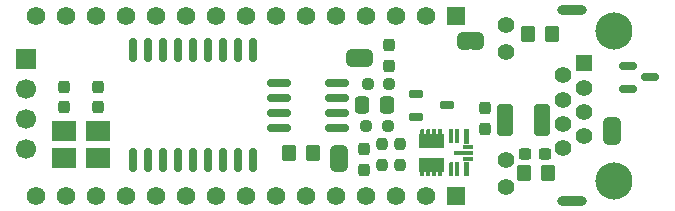
<source format=gbr>
%TF.GenerationSoftware,KiCad,Pcbnew,9.0.1*%
%TF.CreationDate,2025-09-14T13:33:31-04:00*%
%TF.ProjectId,can-nano-shield-fieldbus,63616e2d-6e61-46e6-9f2d-736869656c64,rev?*%
%TF.SameCoordinates,Original*%
%TF.FileFunction,Soldermask,Bot*%
%TF.FilePolarity,Negative*%
%FSLAX46Y46*%
G04 Gerber Fmt 4.6, Leading zero omitted, Abs format (unit mm)*
G04 Created by KiCad (PCBNEW 9.0.1) date 2025-09-14 13:33:31*
%MOMM*%
%LPD*%
G01*
G04 APERTURE LIST*
G04 Aperture macros list*
%AMRoundRect*
0 Rectangle with rounded corners*
0 $1 Rounding radius*
0 $2 $3 $4 $5 $6 $7 $8 $9 X,Y pos of 4 corners*
0 Add a 4 corners polygon primitive as box body*
4,1,4,$2,$3,$4,$5,$6,$7,$8,$9,$2,$3,0*
0 Add four circle primitives for the rounded corners*
1,1,$1+$1,$2,$3*
1,1,$1+$1,$4,$5*
1,1,$1+$1,$6,$7*
1,1,$1+$1,$8,$9*
0 Add four rect primitives between the rounded corners*
20,1,$1+$1,$2,$3,$4,$5,0*
20,1,$1+$1,$4,$5,$6,$7,0*
20,1,$1+$1,$6,$7,$8,$9,0*
20,1,$1+$1,$8,$9,$2,$3,0*%
%AMFreePoly0*
4,1,23,0.500000,-0.750000,0.000000,-0.750000,0.000000,-0.745722,-0.065263,-0.745722,-0.191342,-0.711940,-0.304381,-0.646677,-0.396677,-0.554381,-0.461940,-0.441342,-0.495722,-0.315263,-0.495722,-0.250000,-0.500000,-0.250000,-0.500000,0.250000,-0.495722,0.250000,-0.495722,0.315263,-0.461940,0.441342,-0.396677,0.554381,-0.304381,0.646677,-0.191342,0.711940,-0.065263,0.745722,0.000000,0.745722,
0.000000,0.750000,0.500000,0.750000,0.500000,-0.750000,0.500000,-0.750000,$1*%
%AMFreePoly1*
4,1,23,0.000000,0.745722,0.065263,0.745722,0.191342,0.711940,0.304381,0.646677,0.396677,0.554381,0.461940,0.441342,0.495722,0.315263,0.495722,0.250000,0.500000,0.250000,0.500000,-0.250000,0.495722,-0.250000,0.495722,-0.315263,0.461940,-0.441342,0.396677,-0.554381,0.304381,-0.646677,0.191342,-0.711940,0.065263,-0.745722,0.000000,-0.745722,0.000000,-0.750000,-0.500000,-0.750000,
-0.500000,0.750000,0.000000,0.750000,0.000000,0.745722,0.000000,0.745722,$1*%
G04 Aperture macros list end*
%ADD10C,0.000000*%
%ADD11C,0.010000*%
%ADD12C,3.150000*%
%ADD13R,1.400000X1.400000*%
%ADD14C,1.400000*%
%ADD15O,2.500000X0.800000*%
%ADD16RoundRect,0.102000X0.685000X0.685000X-0.685000X0.685000X-0.685000X-0.685000X0.685000X-0.685000X0*%
%ADD17C,1.574000*%
%ADD18RoundRect,0.150000X-0.587500X-0.150000X0.587500X-0.150000X0.587500X0.150000X-0.587500X0.150000X0*%
%ADD19RoundRect,0.250000X0.412500X1.100000X-0.412500X1.100000X-0.412500X-1.100000X0.412500X-1.100000X0*%
%ADD20R,2.100000X1.800000*%
%ADD21RoundRect,0.237500X0.300000X0.237500X-0.300000X0.237500X-0.300000X-0.237500X0.300000X-0.237500X0*%
%ADD22FreePoly0,0.000000*%
%ADD23FreePoly1,0.000000*%
%ADD24RoundRect,0.250000X0.350000X0.450000X-0.350000X0.450000X-0.350000X-0.450000X0.350000X-0.450000X0*%
%ADD25RoundRect,0.237500X0.237500X-0.300000X0.237500X0.300000X-0.237500X0.300000X-0.237500X-0.300000X0*%
%ADD26FreePoly0,90.000000*%
%ADD27FreePoly1,90.000000*%
%ADD28RoundRect,0.237500X-0.250000X-0.237500X0.250000X-0.237500X0.250000X0.237500X-0.250000X0.237500X0*%
%ADD29FreePoly0,270.000000*%
%ADD30FreePoly1,270.000000*%
%ADD31RoundRect,0.237500X-0.237500X0.250000X-0.237500X-0.250000X0.237500X-0.250000X0.237500X0.250000X0*%
%ADD32RoundRect,0.162500X-0.447500X-0.162500X0.447500X-0.162500X0.447500X0.162500X-0.447500X0.162500X0*%
%ADD33RoundRect,0.150000X-0.825000X-0.150000X0.825000X-0.150000X0.825000X0.150000X-0.825000X0.150000X0*%
%ADD34R,1.700000X1.700000*%
%ADD35C,1.700000*%
%ADD36RoundRect,0.237500X0.237500X-0.250000X0.237500X0.250000X-0.237500X0.250000X-0.237500X-0.250000X0*%
%ADD37RoundRect,0.250000X-0.337500X-0.475000X0.337500X-0.475000X0.337500X0.475000X-0.337500X0.475000X0*%
%ADD38RoundRect,0.237500X0.250000X0.237500X-0.250000X0.237500X-0.250000X-0.237500X0.250000X-0.237500X0*%
%ADD39RoundRect,0.150000X0.150000X-0.875000X0.150000X0.875000X-0.150000X0.875000X-0.150000X-0.875000X0*%
G04 APERTURE END LIST*
%TO.C,JP6*%
G36*
X143075000Y-89050000D02*
G01*
X143375000Y-89050000D01*
X143375000Y-87550000D01*
X143075000Y-87550000D01*
X143075000Y-89050000D01*
G37*
%TO.C,JP8*%
G36*
X152500000Y-87550000D02*
G01*
X152800000Y-87550000D01*
X152800000Y-86050000D01*
X152500000Y-86050000D01*
X152500000Y-87550000D01*
G37*
D10*
%TO.C,JP9*%
G36*
X165400000Y-94600000D02*
G01*
X163900000Y-94600000D01*
X163900000Y-94300000D01*
X165400000Y-94300000D01*
X165400000Y-94600000D01*
G37*
%TO.C,JP5*%
G36*
X140760000Y-96640000D02*
G01*
X142260000Y-96640000D01*
X142260000Y-96940000D01*
X140760000Y-96940000D01*
X140760000Y-96640000D01*
G37*
D11*
%TO.C,U3*%
X151063000Y-94311000D02*
X151065000Y-94311000D01*
X151068000Y-94312000D01*
X151070000Y-94312000D01*
X151073000Y-94313000D01*
X151075000Y-94314000D01*
X151078000Y-94315000D01*
X151080000Y-94317000D01*
X151082000Y-94318000D01*
X151084000Y-94320000D01*
X151086000Y-94321000D01*
X151088000Y-94323000D01*
X151090000Y-94325000D01*
X151092000Y-94327000D01*
X151094000Y-94329000D01*
X151095000Y-94331000D01*
X151097000Y-94333000D01*
X151098000Y-94335000D01*
X151100000Y-94337000D01*
X151101000Y-94340000D01*
X151102000Y-94342000D01*
X151103000Y-94345000D01*
X151103000Y-94347000D01*
X151104000Y-94350000D01*
X151104000Y-94352000D01*
X151105000Y-94355000D01*
X151105000Y-94357000D01*
X151105000Y-94360000D01*
X151105000Y-95360000D01*
X151105000Y-95363000D01*
X151105000Y-95365000D01*
X151104000Y-95368000D01*
X151104000Y-95370000D01*
X151103000Y-95373000D01*
X151103000Y-95375000D01*
X151102000Y-95378000D01*
X151101000Y-95380000D01*
X151100000Y-95383000D01*
X151098000Y-95385000D01*
X151097000Y-95387000D01*
X151095000Y-95389000D01*
X151094000Y-95391000D01*
X151092000Y-95393000D01*
X151090000Y-95395000D01*
X151088000Y-95397000D01*
X151086000Y-95399000D01*
X151084000Y-95400000D01*
X151082000Y-95402000D01*
X151080000Y-95403000D01*
X151078000Y-95405000D01*
X151075000Y-95406000D01*
X151073000Y-95407000D01*
X151070000Y-95408000D01*
X151068000Y-95408000D01*
X151065000Y-95409000D01*
X151063000Y-95409000D01*
X151060000Y-95410000D01*
X151058000Y-95410000D01*
X151055000Y-95410000D01*
X150905000Y-95410000D01*
X150902000Y-95410000D01*
X150900000Y-95410000D01*
X150897000Y-95409000D01*
X150895000Y-95409000D01*
X150892000Y-95408000D01*
X150890000Y-95408000D01*
X150887000Y-95407000D01*
X150885000Y-95406000D01*
X150882000Y-95405000D01*
X150880000Y-95403000D01*
X150878000Y-95402000D01*
X150876000Y-95400000D01*
X150874000Y-95399000D01*
X150872000Y-95397000D01*
X150870000Y-95395000D01*
X150868000Y-95393000D01*
X150866000Y-95391000D01*
X150865000Y-95389000D01*
X150863000Y-95387000D01*
X150862000Y-95385000D01*
X150860000Y-95383000D01*
X150859000Y-95380000D01*
X150858000Y-95378000D01*
X150857000Y-95375000D01*
X150857000Y-95373000D01*
X150856000Y-95370000D01*
X150856000Y-95368000D01*
X150855000Y-95365000D01*
X150855000Y-95363000D01*
X150855000Y-95360000D01*
X150855000Y-94360000D01*
X150855000Y-94357000D01*
X150855000Y-94355000D01*
X150856000Y-94352000D01*
X150856000Y-94350000D01*
X150857000Y-94347000D01*
X150857000Y-94345000D01*
X150858000Y-94342000D01*
X150859000Y-94340000D01*
X150860000Y-94337000D01*
X150862000Y-94335000D01*
X150863000Y-94333000D01*
X150865000Y-94331000D01*
X150866000Y-94329000D01*
X150868000Y-94327000D01*
X150870000Y-94325000D01*
X150872000Y-94323000D01*
X150874000Y-94321000D01*
X150876000Y-94320000D01*
X150878000Y-94318000D01*
X150880000Y-94317000D01*
X150882000Y-94315000D01*
X150885000Y-94314000D01*
X150887000Y-94313000D01*
X150890000Y-94312000D01*
X150892000Y-94312000D01*
X150895000Y-94311000D01*
X150897000Y-94311000D01*
X150900000Y-94310000D01*
X150902000Y-94310000D01*
X150905000Y-94310000D01*
X151055000Y-94310000D01*
X151058000Y-94310000D01*
X151060000Y-94310000D01*
X151063000Y-94311000D01*
G36*
X151063000Y-94311000D02*
G01*
X151065000Y-94311000D01*
X151068000Y-94312000D01*
X151070000Y-94312000D01*
X151073000Y-94313000D01*
X151075000Y-94314000D01*
X151078000Y-94315000D01*
X151080000Y-94317000D01*
X151082000Y-94318000D01*
X151084000Y-94320000D01*
X151086000Y-94321000D01*
X151088000Y-94323000D01*
X151090000Y-94325000D01*
X151092000Y-94327000D01*
X151094000Y-94329000D01*
X151095000Y-94331000D01*
X151097000Y-94333000D01*
X151098000Y-94335000D01*
X151100000Y-94337000D01*
X151101000Y-94340000D01*
X151102000Y-94342000D01*
X151103000Y-94345000D01*
X151103000Y-94347000D01*
X151104000Y-94350000D01*
X151104000Y-94352000D01*
X151105000Y-94355000D01*
X151105000Y-94357000D01*
X151105000Y-94360000D01*
X151105000Y-95360000D01*
X151105000Y-95363000D01*
X151105000Y-95365000D01*
X151104000Y-95368000D01*
X151104000Y-95370000D01*
X151103000Y-95373000D01*
X151103000Y-95375000D01*
X151102000Y-95378000D01*
X151101000Y-95380000D01*
X151100000Y-95383000D01*
X151098000Y-95385000D01*
X151097000Y-95387000D01*
X151095000Y-95389000D01*
X151094000Y-95391000D01*
X151092000Y-95393000D01*
X151090000Y-95395000D01*
X151088000Y-95397000D01*
X151086000Y-95399000D01*
X151084000Y-95400000D01*
X151082000Y-95402000D01*
X151080000Y-95403000D01*
X151078000Y-95405000D01*
X151075000Y-95406000D01*
X151073000Y-95407000D01*
X151070000Y-95408000D01*
X151068000Y-95408000D01*
X151065000Y-95409000D01*
X151063000Y-95409000D01*
X151060000Y-95410000D01*
X151058000Y-95410000D01*
X151055000Y-95410000D01*
X150905000Y-95410000D01*
X150902000Y-95410000D01*
X150900000Y-95410000D01*
X150897000Y-95409000D01*
X150895000Y-95409000D01*
X150892000Y-95408000D01*
X150890000Y-95408000D01*
X150887000Y-95407000D01*
X150885000Y-95406000D01*
X150882000Y-95405000D01*
X150880000Y-95403000D01*
X150878000Y-95402000D01*
X150876000Y-95400000D01*
X150874000Y-95399000D01*
X150872000Y-95397000D01*
X150870000Y-95395000D01*
X150868000Y-95393000D01*
X150866000Y-95391000D01*
X150865000Y-95389000D01*
X150863000Y-95387000D01*
X150862000Y-95385000D01*
X150860000Y-95383000D01*
X150859000Y-95380000D01*
X150858000Y-95378000D01*
X150857000Y-95375000D01*
X150857000Y-95373000D01*
X150856000Y-95370000D01*
X150856000Y-95368000D01*
X150855000Y-95365000D01*
X150855000Y-95363000D01*
X150855000Y-95360000D01*
X150855000Y-94360000D01*
X150855000Y-94357000D01*
X150855000Y-94355000D01*
X150856000Y-94352000D01*
X150856000Y-94350000D01*
X150857000Y-94347000D01*
X150857000Y-94345000D01*
X150858000Y-94342000D01*
X150859000Y-94340000D01*
X150860000Y-94337000D01*
X150862000Y-94335000D01*
X150863000Y-94333000D01*
X150865000Y-94331000D01*
X150866000Y-94329000D01*
X150868000Y-94327000D01*
X150870000Y-94325000D01*
X150872000Y-94323000D01*
X150874000Y-94321000D01*
X150876000Y-94320000D01*
X150878000Y-94318000D01*
X150880000Y-94317000D01*
X150882000Y-94315000D01*
X150885000Y-94314000D01*
X150887000Y-94313000D01*
X150890000Y-94312000D01*
X150892000Y-94312000D01*
X150895000Y-94311000D01*
X150897000Y-94311000D01*
X150900000Y-94310000D01*
X150902000Y-94310000D01*
X150905000Y-94310000D01*
X151055000Y-94310000D01*
X151058000Y-94310000D01*
X151060000Y-94310000D01*
X151063000Y-94311000D01*
G37*
X151063000Y-97111000D02*
X151065000Y-97111000D01*
X151068000Y-97112000D01*
X151070000Y-97112000D01*
X151073000Y-97113000D01*
X151075000Y-97114000D01*
X151078000Y-97115000D01*
X151080000Y-97117000D01*
X151082000Y-97118000D01*
X151084000Y-97120000D01*
X151086000Y-97121000D01*
X151088000Y-97123000D01*
X151090000Y-97125000D01*
X151092000Y-97127000D01*
X151094000Y-97129000D01*
X151095000Y-97131000D01*
X151097000Y-97133000D01*
X151098000Y-97135000D01*
X151100000Y-97137000D01*
X151101000Y-97140000D01*
X151102000Y-97142000D01*
X151103000Y-97145000D01*
X151103000Y-97147000D01*
X151104000Y-97150000D01*
X151104000Y-97152000D01*
X151105000Y-97155000D01*
X151105000Y-97157000D01*
X151105000Y-97160000D01*
X151105000Y-98160000D01*
X151105000Y-98163000D01*
X151105000Y-98165000D01*
X151104000Y-98168000D01*
X151104000Y-98170000D01*
X151103000Y-98173000D01*
X151103000Y-98175000D01*
X151102000Y-98178000D01*
X151101000Y-98180000D01*
X151100000Y-98183000D01*
X151098000Y-98185000D01*
X151097000Y-98187000D01*
X151095000Y-98189000D01*
X151094000Y-98191000D01*
X151092000Y-98193000D01*
X151090000Y-98195000D01*
X151088000Y-98197000D01*
X151086000Y-98199000D01*
X151084000Y-98200000D01*
X151082000Y-98202000D01*
X151080000Y-98203000D01*
X151078000Y-98205000D01*
X151075000Y-98206000D01*
X151073000Y-98207000D01*
X151070000Y-98208000D01*
X151068000Y-98208000D01*
X151065000Y-98209000D01*
X151063000Y-98209000D01*
X151060000Y-98210000D01*
X151058000Y-98210000D01*
X151055000Y-98210000D01*
X150905000Y-98210000D01*
X150902000Y-98210000D01*
X150900000Y-98210000D01*
X150897000Y-98209000D01*
X150895000Y-98209000D01*
X150892000Y-98208000D01*
X150890000Y-98208000D01*
X150887000Y-98207000D01*
X150885000Y-98206000D01*
X150882000Y-98205000D01*
X150880000Y-98203000D01*
X150878000Y-98202000D01*
X150876000Y-98200000D01*
X150874000Y-98199000D01*
X150872000Y-98197000D01*
X150870000Y-98195000D01*
X150868000Y-98193000D01*
X150866000Y-98191000D01*
X150865000Y-98189000D01*
X150863000Y-98187000D01*
X150862000Y-98185000D01*
X150860000Y-98183000D01*
X150859000Y-98180000D01*
X150858000Y-98178000D01*
X150857000Y-98175000D01*
X150857000Y-98173000D01*
X150856000Y-98170000D01*
X150856000Y-98168000D01*
X150855000Y-98165000D01*
X150855000Y-98163000D01*
X150855000Y-98160000D01*
X150855000Y-97160000D01*
X150855000Y-97157000D01*
X150855000Y-97155000D01*
X150856000Y-97152000D01*
X150856000Y-97150000D01*
X150857000Y-97147000D01*
X150857000Y-97145000D01*
X150858000Y-97142000D01*
X150859000Y-97140000D01*
X150860000Y-97137000D01*
X150862000Y-97135000D01*
X150863000Y-97133000D01*
X150865000Y-97131000D01*
X150866000Y-97129000D01*
X150868000Y-97127000D01*
X150870000Y-97125000D01*
X150872000Y-97123000D01*
X150874000Y-97121000D01*
X150876000Y-97120000D01*
X150878000Y-97118000D01*
X150880000Y-97117000D01*
X150882000Y-97115000D01*
X150885000Y-97114000D01*
X150887000Y-97113000D01*
X150890000Y-97112000D01*
X150892000Y-97112000D01*
X150895000Y-97111000D01*
X150897000Y-97111000D01*
X150900000Y-97110000D01*
X150902000Y-97110000D01*
X150905000Y-97110000D01*
X151055000Y-97110000D01*
X151058000Y-97110000D01*
X151060000Y-97110000D01*
X151063000Y-97111000D01*
G36*
X151063000Y-97111000D02*
G01*
X151065000Y-97111000D01*
X151068000Y-97112000D01*
X151070000Y-97112000D01*
X151073000Y-97113000D01*
X151075000Y-97114000D01*
X151078000Y-97115000D01*
X151080000Y-97117000D01*
X151082000Y-97118000D01*
X151084000Y-97120000D01*
X151086000Y-97121000D01*
X151088000Y-97123000D01*
X151090000Y-97125000D01*
X151092000Y-97127000D01*
X151094000Y-97129000D01*
X151095000Y-97131000D01*
X151097000Y-97133000D01*
X151098000Y-97135000D01*
X151100000Y-97137000D01*
X151101000Y-97140000D01*
X151102000Y-97142000D01*
X151103000Y-97145000D01*
X151103000Y-97147000D01*
X151104000Y-97150000D01*
X151104000Y-97152000D01*
X151105000Y-97155000D01*
X151105000Y-97157000D01*
X151105000Y-97160000D01*
X151105000Y-98160000D01*
X151105000Y-98163000D01*
X151105000Y-98165000D01*
X151104000Y-98168000D01*
X151104000Y-98170000D01*
X151103000Y-98173000D01*
X151103000Y-98175000D01*
X151102000Y-98178000D01*
X151101000Y-98180000D01*
X151100000Y-98183000D01*
X151098000Y-98185000D01*
X151097000Y-98187000D01*
X151095000Y-98189000D01*
X151094000Y-98191000D01*
X151092000Y-98193000D01*
X151090000Y-98195000D01*
X151088000Y-98197000D01*
X151086000Y-98199000D01*
X151084000Y-98200000D01*
X151082000Y-98202000D01*
X151080000Y-98203000D01*
X151078000Y-98205000D01*
X151075000Y-98206000D01*
X151073000Y-98207000D01*
X151070000Y-98208000D01*
X151068000Y-98208000D01*
X151065000Y-98209000D01*
X151063000Y-98209000D01*
X151060000Y-98210000D01*
X151058000Y-98210000D01*
X151055000Y-98210000D01*
X150905000Y-98210000D01*
X150902000Y-98210000D01*
X150900000Y-98210000D01*
X150897000Y-98209000D01*
X150895000Y-98209000D01*
X150892000Y-98208000D01*
X150890000Y-98208000D01*
X150887000Y-98207000D01*
X150885000Y-98206000D01*
X150882000Y-98205000D01*
X150880000Y-98203000D01*
X150878000Y-98202000D01*
X150876000Y-98200000D01*
X150874000Y-98199000D01*
X150872000Y-98197000D01*
X150870000Y-98195000D01*
X150868000Y-98193000D01*
X150866000Y-98191000D01*
X150865000Y-98189000D01*
X150863000Y-98187000D01*
X150862000Y-98185000D01*
X150860000Y-98183000D01*
X150859000Y-98180000D01*
X150858000Y-98178000D01*
X150857000Y-98175000D01*
X150857000Y-98173000D01*
X150856000Y-98170000D01*
X150856000Y-98168000D01*
X150855000Y-98165000D01*
X150855000Y-98163000D01*
X150855000Y-98160000D01*
X150855000Y-97160000D01*
X150855000Y-97157000D01*
X150855000Y-97155000D01*
X150856000Y-97152000D01*
X150856000Y-97150000D01*
X150857000Y-97147000D01*
X150857000Y-97145000D01*
X150858000Y-97142000D01*
X150859000Y-97140000D01*
X150860000Y-97137000D01*
X150862000Y-97135000D01*
X150863000Y-97133000D01*
X150865000Y-97131000D01*
X150866000Y-97129000D01*
X150868000Y-97127000D01*
X150870000Y-97125000D01*
X150872000Y-97123000D01*
X150874000Y-97121000D01*
X150876000Y-97120000D01*
X150878000Y-97118000D01*
X150880000Y-97117000D01*
X150882000Y-97115000D01*
X150885000Y-97114000D01*
X150887000Y-97113000D01*
X150890000Y-97112000D01*
X150892000Y-97112000D01*
X150895000Y-97111000D01*
X150897000Y-97111000D01*
X150900000Y-97110000D01*
X150902000Y-97110000D01*
X150905000Y-97110000D01*
X151055000Y-97110000D01*
X151058000Y-97110000D01*
X151060000Y-97110000D01*
X151063000Y-97111000D01*
G37*
X152748000Y-96111000D02*
X152750000Y-96111000D01*
X152753000Y-96112000D01*
X152755000Y-96112000D01*
X152758000Y-96113000D01*
X152760000Y-96114000D01*
X152763000Y-96115000D01*
X152765000Y-96117000D01*
X152767000Y-96118000D01*
X152769000Y-96120000D01*
X152771000Y-96121000D01*
X152773000Y-96123000D01*
X152775000Y-96125000D01*
X152777000Y-96127000D01*
X152779000Y-96129000D01*
X152780000Y-96131000D01*
X152782000Y-96133000D01*
X152783000Y-96135000D01*
X152785000Y-96137000D01*
X152786000Y-96140000D01*
X152787000Y-96142000D01*
X152788000Y-96145000D01*
X152788000Y-96147000D01*
X152789000Y-96150000D01*
X152789000Y-96152000D01*
X152790000Y-96155000D01*
X152790000Y-96157000D01*
X152790000Y-96160000D01*
X152790000Y-96360000D01*
X152790000Y-96363000D01*
X152790000Y-96365000D01*
X152789000Y-96368000D01*
X152789000Y-96370000D01*
X152788000Y-96373000D01*
X152788000Y-96375000D01*
X152787000Y-96378000D01*
X152786000Y-96380000D01*
X152785000Y-96383000D01*
X152783000Y-96385000D01*
X152782000Y-96387000D01*
X152780000Y-96389000D01*
X152779000Y-96391000D01*
X152777000Y-96393000D01*
X152775000Y-96395000D01*
X152773000Y-96397000D01*
X152771000Y-96399000D01*
X152769000Y-96400000D01*
X152767000Y-96402000D01*
X152765000Y-96403000D01*
X152763000Y-96405000D01*
X152760000Y-96406000D01*
X152758000Y-96407000D01*
X152755000Y-96408000D01*
X152753000Y-96408000D01*
X152750000Y-96409000D01*
X152748000Y-96409000D01*
X152745000Y-96410000D01*
X152743000Y-96410000D01*
X152740000Y-96410000D01*
X151320000Y-96410000D01*
X151317000Y-96410000D01*
X151315000Y-96410000D01*
X151312000Y-96409000D01*
X151310000Y-96409000D01*
X151307000Y-96408000D01*
X151305000Y-96408000D01*
X151302000Y-96407000D01*
X151300000Y-96406000D01*
X151297000Y-96405000D01*
X151295000Y-96403000D01*
X151293000Y-96402000D01*
X151291000Y-96400000D01*
X151289000Y-96399000D01*
X151287000Y-96397000D01*
X151285000Y-96395000D01*
X151283000Y-96393000D01*
X151281000Y-96391000D01*
X151280000Y-96389000D01*
X151278000Y-96387000D01*
X151277000Y-96385000D01*
X151275000Y-96383000D01*
X151274000Y-96380000D01*
X151273000Y-96378000D01*
X151272000Y-96375000D01*
X151272000Y-96373000D01*
X151271000Y-96370000D01*
X151271000Y-96368000D01*
X151270000Y-96365000D01*
X151270000Y-96363000D01*
X151270000Y-96360000D01*
X151270000Y-96160000D01*
X151270000Y-96157000D01*
X151270000Y-96155000D01*
X151271000Y-96152000D01*
X151271000Y-96150000D01*
X151272000Y-96147000D01*
X151272000Y-96145000D01*
X151273000Y-96142000D01*
X151274000Y-96140000D01*
X151275000Y-96137000D01*
X151277000Y-96135000D01*
X151278000Y-96133000D01*
X151280000Y-96131000D01*
X151281000Y-96129000D01*
X151283000Y-96127000D01*
X151285000Y-96125000D01*
X151287000Y-96123000D01*
X151289000Y-96121000D01*
X151291000Y-96120000D01*
X151293000Y-96118000D01*
X151295000Y-96117000D01*
X151297000Y-96115000D01*
X151300000Y-96114000D01*
X151302000Y-96113000D01*
X151305000Y-96112000D01*
X151307000Y-96112000D01*
X151310000Y-96111000D01*
X151312000Y-96111000D01*
X151315000Y-96110000D01*
X151317000Y-96110000D01*
X151320000Y-96110000D01*
X152740000Y-96110000D01*
X152743000Y-96110000D01*
X152745000Y-96110000D01*
X152748000Y-96111000D01*
G36*
X152748000Y-96111000D02*
G01*
X152750000Y-96111000D01*
X152753000Y-96112000D01*
X152755000Y-96112000D01*
X152758000Y-96113000D01*
X152760000Y-96114000D01*
X152763000Y-96115000D01*
X152765000Y-96117000D01*
X152767000Y-96118000D01*
X152769000Y-96120000D01*
X152771000Y-96121000D01*
X152773000Y-96123000D01*
X152775000Y-96125000D01*
X152777000Y-96127000D01*
X152779000Y-96129000D01*
X152780000Y-96131000D01*
X152782000Y-96133000D01*
X152783000Y-96135000D01*
X152785000Y-96137000D01*
X152786000Y-96140000D01*
X152787000Y-96142000D01*
X152788000Y-96145000D01*
X152788000Y-96147000D01*
X152789000Y-96150000D01*
X152789000Y-96152000D01*
X152790000Y-96155000D01*
X152790000Y-96157000D01*
X152790000Y-96160000D01*
X152790000Y-96360000D01*
X152790000Y-96363000D01*
X152790000Y-96365000D01*
X152789000Y-96368000D01*
X152789000Y-96370000D01*
X152788000Y-96373000D01*
X152788000Y-96375000D01*
X152787000Y-96378000D01*
X152786000Y-96380000D01*
X152785000Y-96383000D01*
X152783000Y-96385000D01*
X152782000Y-96387000D01*
X152780000Y-96389000D01*
X152779000Y-96391000D01*
X152777000Y-96393000D01*
X152775000Y-96395000D01*
X152773000Y-96397000D01*
X152771000Y-96399000D01*
X152769000Y-96400000D01*
X152767000Y-96402000D01*
X152765000Y-96403000D01*
X152763000Y-96405000D01*
X152760000Y-96406000D01*
X152758000Y-96407000D01*
X152755000Y-96408000D01*
X152753000Y-96408000D01*
X152750000Y-96409000D01*
X152748000Y-96409000D01*
X152745000Y-96410000D01*
X152743000Y-96410000D01*
X152740000Y-96410000D01*
X151320000Y-96410000D01*
X151317000Y-96410000D01*
X151315000Y-96410000D01*
X151312000Y-96409000D01*
X151310000Y-96409000D01*
X151307000Y-96408000D01*
X151305000Y-96408000D01*
X151302000Y-96407000D01*
X151300000Y-96406000D01*
X151297000Y-96405000D01*
X151295000Y-96403000D01*
X151293000Y-96402000D01*
X151291000Y-96400000D01*
X151289000Y-96399000D01*
X151287000Y-96397000D01*
X151285000Y-96395000D01*
X151283000Y-96393000D01*
X151281000Y-96391000D01*
X151280000Y-96389000D01*
X151278000Y-96387000D01*
X151277000Y-96385000D01*
X151275000Y-96383000D01*
X151274000Y-96380000D01*
X151273000Y-96378000D01*
X151272000Y-96375000D01*
X151272000Y-96373000D01*
X151271000Y-96370000D01*
X151271000Y-96368000D01*
X151270000Y-96365000D01*
X151270000Y-96363000D01*
X151270000Y-96360000D01*
X151270000Y-96160000D01*
X151270000Y-96157000D01*
X151270000Y-96155000D01*
X151271000Y-96152000D01*
X151271000Y-96150000D01*
X151272000Y-96147000D01*
X151272000Y-96145000D01*
X151273000Y-96142000D01*
X151274000Y-96140000D01*
X151275000Y-96137000D01*
X151277000Y-96135000D01*
X151278000Y-96133000D01*
X151280000Y-96131000D01*
X151281000Y-96129000D01*
X151283000Y-96127000D01*
X151285000Y-96125000D01*
X151287000Y-96123000D01*
X151289000Y-96121000D01*
X151291000Y-96120000D01*
X151293000Y-96118000D01*
X151295000Y-96117000D01*
X151297000Y-96115000D01*
X151300000Y-96114000D01*
X151302000Y-96113000D01*
X151305000Y-96112000D01*
X151307000Y-96112000D01*
X151310000Y-96111000D01*
X151312000Y-96111000D01*
X151315000Y-96110000D01*
X151317000Y-96110000D01*
X151320000Y-96110000D01*
X152740000Y-96110000D01*
X152743000Y-96110000D01*
X152745000Y-96110000D01*
X152748000Y-96111000D01*
G37*
X151563000Y-94311000D02*
X151565000Y-94311000D01*
X151568000Y-94312000D01*
X151570000Y-94312000D01*
X151573000Y-94313000D01*
X151575000Y-94314000D01*
X151578000Y-94315000D01*
X151580000Y-94317000D01*
X151582000Y-94318000D01*
X151584000Y-94320000D01*
X151586000Y-94321000D01*
X151588000Y-94323000D01*
X151590000Y-94325000D01*
X151592000Y-94327000D01*
X151594000Y-94329000D01*
X151595000Y-94331000D01*
X151597000Y-94333000D01*
X151598000Y-94335000D01*
X151600000Y-94337000D01*
X151601000Y-94340000D01*
X151602000Y-94342000D01*
X151603000Y-94345000D01*
X151603000Y-94347000D01*
X151604000Y-94350000D01*
X151604000Y-94352000D01*
X151605000Y-94355000D01*
X151605000Y-94357000D01*
X151605000Y-94360000D01*
X151605000Y-95360000D01*
X151605000Y-95363000D01*
X151605000Y-95365000D01*
X151604000Y-95368000D01*
X151604000Y-95370000D01*
X151603000Y-95373000D01*
X151603000Y-95375000D01*
X151602000Y-95378000D01*
X151601000Y-95380000D01*
X151600000Y-95383000D01*
X151598000Y-95385000D01*
X151597000Y-95387000D01*
X151595000Y-95389000D01*
X151594000Y-95391000D01*
X151592000Y-95393000D01*
X151590000Y-95395000D01*
X151588000Y-95397000D01*
X151586000Y-95399000D01*
X151584000Y-95400000D01*
X151582000Y-95402000D01*
X151580000Y-95403000D01*
X151578000Y-95405000D01*
X151575000Y-95406000D01*
X151573000Y-95407000D01*
X151570000Y-95408000D01*
X151568000Y-95408000D01*
X151565000Y-95409000D01*
X151563000Y-95409000D01*
X151560000Y-95410000D01*
X151558000Y-95410000D01*
X151555000Y-95410000D01*
X151405000Y-95410000D01*
X151402000Y-95410000D01*
X151400000Y-95410000D01*
X151397000Y-95409000D01*
X151395000Y-95409000D01*
X151392000Y-95408000D01*
X151390000Y-95408000D01*
X151387000Y-95407000D01*
X151385000Y-95406000D01*
X151382000Y-95405000D01*
X151380000Y-95403000D01*
X151378000Y-95402000D01*
X151376000Y-95400000D01*
X151374000Y-95399000D01*
X151372000Y-95397000D01*
X151370000Y-95395000D01*
X151368000Y-95393000D01*
X151366000Y-95391000D01*
X151365000Y-95389000D01*
X151363000Y-95387000D01*
X151362000Y-95385000D01*
X151360000Y-95383000D01*
X151359000Y-95380000D01*
X151358000Y-95378000D01*
X151357000Y-95375000D01*
X151357000Y-95373000D01*
X151356000Y-95370000D01*
X151356000Y-95368000D01*
X151355000Y-95365000D01*
X151355000Y-95363000D01*
X151355000Y-95360000D01*
X151355000Y-94360000D01*
X151355000Y-94357000D01*
X151355000Y-94355000D01*
X151356000Y-94352000D01*
X151356000Y-94350000D01*
X151357000Y-94347000D01*
X151357000Y-94345000D01*
X151358000Y-94342000D01*
X151359000Y-94340000D01*
X151360000Y-94337000D01*
X151362000Y-94335000D01*
X151363000Y-94333000D01*
X151365000Y-94331000D01*
X151366000Y-94329000D01*
X151368000Y-94327000D01*
X151370000Y-94325000D01*
X151372000Y-94323000D01*
X151374000Y-94321000D01*
X151376000Y-94320000D01*
X151378000Y-94318000D01*
X151380000Y-94317000D01*
X151382000Y-94315000D01*
X151385000Y-94314000D01*
X151387000Y-94313000D01*
X151390000Y-94312000D01*
X151392000Y-94312000D01*
X151395000Y-94311000D01*
X151397000Y-94311000D01*
X151400000Y-94310000D01*
X151402000Y-94310000D01*
X151405000Y-94310000D01*
X151555000Y-94310000D01*
X151558000Y-94310000D01*
X151560000Y-94310000D01*
X151563000Y-94311000D01*
G36*
X151563000Y-94311000D02*
G01*
X151565000Y-94311000D01*
X151568000Y-94312000D01*
X151570000Y-94312000D01*
X151573000Y-94313000D01*
X151575000Y-94314000D01*
X151578000Y-94315000D01*
X151580000Y-94317000D01*
X151582000Y-94318000D01*
X151584000Y-94320000D01*
X151586000Y-94321000D01*
X151588000Y-94323000D01*
X151590000Y-94325000D01*
X151592000Y-94327000D01*
X151594000Y-94329000D01*
X151595000Y-94331000D01*
X151597000Y-94333000D01*
X151598000Y-94335000D01*
X151600000Y-94337000D01*
X151601000Y-94340000D01*
X151602000Y-94342000D01*
X151603000Y-94345000D01*
X151603000Y-94347000D01*
X151604000Y-94350000D01*
X151604000Y-94352000D01*
X151605000Y-94355000D01*
X151605000Y-94357000D01*
X151605000Y-94360000D01*
X151605000Y-95360000D01*
X151605000Y-95363000D01*
X151605000Y-95365000D01*
X151604000Y-95368000D01*
X151604000Y-95370000D01*
X151603000Y-95373000D01*
X151603000Y-95375000D01*
X151602000Y-95378000D01*
X151601000Y-95380000D01*
X151600000Y-95383000D01*
X151598000Y-95385000D01*
X151597000Y-95387000D01*
X151595000Y-95389000D01*
X151594000Y-95391000D01*
X151592000Y-95393000D01*
X151590000Y-95395000D01*
X151588000Y-95397000D01*
X151586000Y-95399000D01*
X151584000Y-95400000D01*
X151582000Y-95402000D01*
X151580000Y-95403000D01*
X151578000Y-95405000D01*
X151575000Y-95406000D01*
X151573000Y-95407000D01*
X151570000Y-95408000D01*
X151568000Y-95408000D01*
X151565000Y-95409000D01*
X151563000Y-95409000D01*
X151560000Y-95410000D01*
X151558000Y-95410000D01*
X151555000Y-95410000D01*
X151405000Y-95410000D01*
X151402000Y-95410000D01*
X151400000Y-95410000D01*
X151397000Y-95409000D01*
X151395000Y-95409000D01*
X151392000Y-95408000D01*
X151390000Y-95408000D01*
X151387000Y-95407000D01*
X151385000Y-95406000D01*
X151382000Y-95405000D01*
X151380000Y-95403000D01*
X151378000Y-95402000D01*
X151376000Y-95400000D01*
X151374000Y-95399000D01*
X151372000Y-95397000D01*
X151370000Y-95395000D01*
X151368000Y-95393000D01*
X151366000Y-95391000D01*
X151365000Y-95389000D01*
X151363000Y-95387000D01*
X151362000Y-95385000D01*
X151360000Y-95383000D01*
X151359000Y-95380000D01*
X151358000Y-95378000D01*
X151357000Y-95375000D01*
X151357000Y-95373000D01*
X151356000Y-95370000D01*
X151356000Y-95368000D01*
X151355000Y-95365000D01*
X151355000Y-95363000D01*
X151355000Y-95360000D01*
X151355000Y-94360000D01*
X151355000Y-94357000D01*
X151355000Y-94355000D01*
X151356000Y-94352000D01*
X151356000Y-94350000D01*
X151357000Y-94347000D01*
X151357000Y-94345000D01*
X151358000Y-94342000D01*
X151359000Y-94340000D01*
X151360000Y-94337000D01*
X151362000Y-94335000D01*
X151363000Y-94333000D01*
X151365000Y-94331000D01*
X151366000Y-94329000D01*
X151368000Y-94327000D01*
X151370000Y-94325000D01*
X151372000Y-94323000D01*
X151374000Y-94321000D01*
X151376000Y-94320000D01*
X151378000Y-94318000D01*
X151380000Y-94317000D01*
X151382000Y-94315000D01*
X151385000Y-94314000D01*
X151387000Y-94313000D01*
X151390000Y-94312000D01*
X151392000Y-94312000D01*
X151395000Y-94311000D01*
X151397000Y-94311000D01*
X151400000Y-94310000D01*
X151402000Y-94310000D01*
X151405000Y-94310000D01*
X151555000Y-94310000D01*
X151558000Y-94310000D01*
X151560000Y-94310000D01*
X151563000Y-94311000D01*
G37*
X151563000Y-97111000D02*
X151565000Y-97111000D01*
X151568000Y-97112000D01*
X151570000Y-97112000D01*
X151573000Y-97113000D01*
X151575000Y-97114000D01*
X151578000Y-97115000D01*
X151580000Y-97117000D01*
X151582000Y-97118000D01*
X151584000Y-97120000D01*
X151586000Y-97121000D01*
X151588000Y-97123000D01*
X151590000Y-97125000D01*
X151592000Y-97127000D01*
X151594000Y-97129000D01*
X151595000Y-97131000D01*
X151597000Y-97133000D01*
X151598000Y-97135000D01*
X151600000Y-97137000D01*
X151601000Y-97140000D01*
X151602000Y-97142000D01*
X151603000Y-97145000D01*
X151603000Y-97147000D01*
X151604000Y-97150000D01*
X151604000Y-97152000D01*
X151605000Y-97155000D01*
X151605000Y-97157000D01*
X151605000Y-97160000D01*
X151605000Y-98160000D01*
X151605000Y-98163000D01*
X151605000Y-98165000D01*
X151604000Y-98168000D01*
X151604000Y-98170000D01*
X151603000Y-98173000D01*
X151603000Y-98175000D01*
X151602000Y-98178000D01*
X151601000Y-98180000D01*
X151600000Y-98183000D01*
X151598000Y-98185000D01*
X151597000Y-98187000D01*
X151595000Y-98189000D01*
X151594000Y-98191000D01*
X151592000Y-98193000D01*
X151590000Y-98195000D01*
X151588000Y-98197000D01*
X151586000Y-98199000D01*
X151584000Y-98200000D01*
X151582000Y-98202000D01*
X151580000Y-98203000D01*
X151578000Y-98205000D01*
X151575000Y-98206000D01*
X151573000Y-98207000D01*
X151570000Y-98208000D01*
X151568000Y-98208000D01*
X151565000Y-98209000D01*
X151563000Y-98209000D01*
X151560000Y-98210000D01*
X151558000Y-98210000D01*
X151555000Y-98210000D01*
X151405000Y-98210000D01*
X151402000Y-98210000D01*
X151400000Y-98210000D01*
X151397000Y-98209000D01*
X151395000Y-98209000D01*
X151392000Y-98208000D01*
X151390000Y-98208000D01*
X151387000Y-98207000D01*
X151385000Y-98206000D01*
X151382000Y-98205000D01*
X151380000Y-98203000D01*
X151378000Y-98202000D01*
X151376000Y-98200000D01*
X151374000Y-98199000D01*
X151372000Y-98197000D01*
X151370000Y-98195000D01*
X151368000Y-98193000D01*
X151366000Y-98191000D01*
X151365000Y-98189000D01*
X151363000Y-98187000D01*
X151362000Y-98185000D01*
X151360000Y-98183000D01*
X151359000Y-98180000D01*
X151358000Y-98178000D01*
X151357000Y-98175000D01*
X151357000Y-98173000D01*
X151356000Y-98170000D01*
X151356000Y-98168000D01*
X151355000Y-98165000D01*
X151355000Y-98163000D01*
X151355000Y-98160000D01*
X151355000Y-97160000D01*
X151355000Y-97157000D01*
X151355000Y-97155000D01*
X151356000Y-97152000D01*
X151356000Y-97150000D01*
X151357000Y-97147000D01*
X151357000Y-97145000D01*
X151358000Y-97142000D01*
X151359000Y-97140000D01*
X151360000Y-97137000D01*
X151362000Y-97135000D01*
X151363000Y-97133000D01*
X151365000Y-97131000D01*
X151366000Y-97129000D01*
X151368000Y-97127000D01*
X151370000Y-97125000D01*
X151372000Y-97123000D01*
X151374000Y-97121000D01*
X151376000Y-97120000D01*
X151378000Y-97118000D01*
X151380000Y-97117000D01*
X151382000Y-97115000D01*
X151385000Y-97114000D01*
X151387000Y-97113000D01*
X151390000Y-97112000D01*
X151392000Y-97112000D01*
X151395000Y-97111000D01*
X151397000Y-97111000D01*
X151400000Y-97110000D01*
X151402000Y-97110000D01*
X151405000Y-97110000D01*
X151555000Y-97110000D01*
X151558000Y-97110000D01*
X151560000Y-97110000D01*
X151563000Y-97111000D01*
G36*
X151563000Y-97111000D02*
G01*
X151565000Y-97111000D01*
X151568000Y-97112000D01*
X151570000Y-97112000D01*
X151573000Y-97113000D01*
X151575000Y-97114000D01*
X151578000Y-97115000D01*
X151580000Y-97117000D01*
X151582000Y-97118000D01*
X151584000Y-97120000D01*
X151586000Y-97121000D01*
X151588000Y-97123000D01*
X151590000Y-97125000D01*
X151592000Y-97127000D01*
X151594000Y-97129000D01*
X151595000Y-97131000D01*
X151597000Y-97133000D01*
X151598000Y-97135000D01*
X151600000Y-97137000D01*
X151601000Y-97140000D01*
X151602000Y-97142000D01*
X151603000Y-97145000D01*
X151603000Y-97147000D01*
X151604000Y-97150000D01*
X151604000Y-97152000D01*
X151605000Y-97155000D01*
X151605000Y-97157000D01*
X151605000Y-97160000D01*
X151605000Y-98160000D01*
X151605000Y-98163000D01*
X151605000Y-98165000D01*
X151604000Y-98168000D01*
X151604000Y-98170000D01*
X151603000Y-98173000D01*
X151603000Y-98175000D01*
X151602000Y-98178000D01*
X151601000Y-98180000D01*
X151600000Y-98183000D01*
X151598000Y-98185000D01*
X151597000Y-98187000D01*
X151595000Y-98189000D01*
X151594000Y-98191000D01*
X151592000Y-98193000D01*
X151590000Y-98195000D01*
X151588000Y-98197000D01*
X151586000Y-98199000D01*
X151584000Y-98200000D01*
X151582000Y-98202000D01*
X151580000Y-98203000D01*
X151578000Y-98205000D01*
X151575000Y-98206000D01*
X151573000Y-98207000D01*
X151570000Y-98208000D01*
X151568000Y-98208000D01*
X151565000Y-98209000D01*
X151563000Y-98209000D01*
X151560000Y-98210000D01*
X151558000Y-98210000D01*
X151555000Y-98210000D01*
X151405000Y-98210000D01*
X151402000Y-98210000D01*
X151400000Y-98210000D01*
X151397000Y-98209000D01*
X151395000Y-98209000D01*
X151392000Y-98208000D01*
X151390000Y-98208000D01*
X151387000Y-98207000D01*
X151385000Y-98206000D01*
X151382000Y-98205000D01*
X151380000Y-98203000D01*
X151378000Y-98202000D01*
X151376000Y-98200000D01*
X151374000Y-98199000D01*
X151372000Y-98197000D01*
X151370000Y-98195000D01*
X151368000Y-98193000D01*
X151366000Y-98191000D01*
X151365000Y-98189000D01*
X151363000Y-98187000D01*
X151362000Y-98185000D01*
X151360000Y-98183000D01*
X151359000Y-98180000D01*
X151358000Y-98178000D01*
X151357000Y-98175000D01*
X151357000Y-98173000D01*
X151356000Y-98170000D01*
X151356000Y-98168000D01*
X151355000Y-98165000D01*
X151355000Y-98163000D01*
X151355000Y-98160000D01*
X151355000Y-97160000D01*
X151355000Y-97157000D01*
X151355000Y-97155000D01*
X151356000Y-97152000D01*
X151356000Y-97150000D01*
X151357000Y-97147000D01*
X151357000Y-97145000D01*
X151358000Y-97142000D01*
X151359000Y-97140000D01*
X151360000Y-97137000D01*
X151362000Y-97135000D01*
X151363000Y-97133000D01*
X151365000Y-97131000D01*
X151366000Y-97129000D01*
X151368000Y-97127000D01*
X151370000Y-97125000D01*
X151372000Y-97123000D01*
X151374000Y-97121000D01*
X151376000Y-97120000D01*
X151378000Y-97118000D01*
X151380000Y-97117000D01*
X151382000Y-97115000D01*
X151385000Y-97114000D01*
X151387000Y-97113000D01*
X151390000Y-97112000D01*
X151392000Y-97112000D01*
X151395000Y-97111000D01*
X151397000Y-97111000D01*
X151400000Y-97110000D01*
X151402000Y-97110000D01*
X151405000Y-97110000D01*
X151555000Y-97110000D01*
X151558000Y-97110000D01*
X151560000Y-97110000D01*
X151563000Y-97111000D01*
G37*
X152748000Y-95636000D02*
X152750000Y-95636000D01*
X152753000Y-95637000D01*
X152755000Y-95637000D01*
X152758000Y-95638000D01*
X152760000Y-95639000D01*
X152763000Y-95640000D01*
X152765000Y-95642000D01*
X152767000Y-95643000D01*
X152769000Y-95645000D01*
X152771000Y-95646000D01*
X152773000Y-95648000D01*
X152775000Y-95650000D01*
X152777000Y-95652000D01*
X152779000Y-95654000D01*
X152780000Y-95656000D01*
X152782000Y-95658000D01*
X152783000Y-95660000D01*
X152785000Y-95662000D01*
X152786000Y-95665000D01*
X152787000Y-95667000D01*
X152788000Y-95670000D01*
X152788000Y-95672000D01*
X152789000Y-95675000D01*
X152789000Y-95677000D01*
X152790000Y-95680000D01*
X152790000Y-95682000D01*
X152790000Y-95685000D01*
X152790000Y-95835000D01*
X152790000Y-95838000D01*
X152790000Y-95840000D01*
X152789000Y-95843000D01*
X152789000Y-95845000D01*
X152788000Y-95848000D01*
X152788000Y-95850000D01*
X152787000Y-95853000D01*
X152786000Y-95855000D01*
X152785000Y-95858000D01*
X152783000Y-95860000D01*
X152782000Y-95862000D01*
X152780000Y-95864000D01*
X152779000Y-95866000D01*
X152777000Y-95868000D01*
X152775000Y-95870000D01*
X152773000Y-95872000D01*
X152771000Y-95874000D01*
X152769000Y-95875000D01*
X152767000Y-95877000D01*
X152765000Y-95878000D01*
X152763000Y-95880000D01*
X152760000Y-95881000D01*
X152758000Y-95882000D01*
X152755000Y-95883000D01*
X152753000Y-95883000D01*
X152750000Y-95884000D01*
X152748000Y-95884000D01*
X152745000Y-95885000D01*
X152743000Y-95885000D01*
X152740000Y-95885000D01*
X152040000Y-95885000D01*
X152037000Y-95885000D01*
X152035000Y-95885000D01*
X152032000Y-95884000D01*
X152030000Y-95884000D01*
X152027000Y-95883000D01*
X152025000Y-95883000D01*
X152022000Y-95882000D01*
X152020000Y-95881000D01*
X152017000Y-95880000D01*
X152015000Y-95878000D01*
X152013000Y-95877000D01*
X152011000Y-95875000D01*
X152009000Y-95874000D01*
X152007000Y-95872000D01*
X152005000Y-95870000D01*
X152003000Y-95868000D01*
X152001000Y-95866000D01*
X152000000Y-95864000D01*
X151998000Y-95862000D01*
X151997000Y-95860000D01*
X151995000Y-95858000D01*
X151994000Y-95855000D01*
X151993000Y-95853000D01*
X151992000Y-95850000D01*
X151992000Y-95848000D01*
X151991000Y-95845000D01*
X151991000Y-95843000D01*
X151990000Y-95840000D01*
X151990000Y-95838000D01*
X151990000Y-95835000D01*
X151990000Y-95685000D01*
X151990000Y-95682000D01*
X151990000Y-95680000D01*
X151991000Y-95677000D01*
X151991000Y-95675000D01*
X151992000Y-95672000D01*
X151992000Y-95670000D01*
X151993000Y-95667000D01*
X151994000Y-95665000D01*
X151995000Y-95662000D01*
X151997000Y-95660000D01*
X151998000Y-95658000D01*
X152000000Y-95656000D01*
X152001000Y-95654000D01*
X152003000Y-95652000D01*
X152005000Y-95650000D01*
X152007000Y-95648000D01*
X152009000Y-95646000D01*
X152011000Y-95645000D01*
X152013000Y-95643000D01*
X152015000Y-95642000D01*
X152017000Y-95640000D01*
X152020000Y-95639000D01*
X152022000Y-95638000D01*
X152025000Y-95637000D01*
X152027000Y-95637000D01*
X152030000Y-95636000D01*
X152032000Y-95636000D01*
X152035000Y-95635000D01*
X152037000Y-95635000D01*
X152040000Y-95635000D01*
X152740000Y-95635000D01*
X152743000Y-95635000D01*
X152745000Y-95635000D01*
X152748000Y-95636000D01*
G36*
X152748000Y-95636000D02*
G01*
X152750000Y-95636000D01*
X152753000Y-95637000D01*
X152755000Y-95637000D01*
X152758000Y-95638000D01*
X152760000Y-95639000D01*
X152763000Y-95640000D01*
X152765000Y-95642000D01*
X152767000Y-95643000D01*
X152769000Y-95645000D01*
X152771000Y-95646000D01*
X152773000Y-95648000D01*
X152775000Y-95650000D01*
X152777000Y-95652000D01*
X152779000Y-95654000D01*
X152780000Y-95656000D01*
X152782000Y-95658000D01*
X152783000Y-95660000D01*
X152785000Y-95662000D01*
X152786000Y-95665000D01*
X152787000Y-95667000D01*
X152788000Y-95670000D01*
X152788000Y-95672000D01*
X152789000Y-95675000D01*
X152789000Y-95677000D01*
X152790000Y-95680000D01*
X152790000Y-95682000D01*
X152790000Y-95685000D01*
X152790000Y-95835000D01*
X152790000Y-95838000D01*
X152790000Y-95840000D01*
X152789000Y-95843000D01*
X152789000Y-95845000D01*
X152788000Y-95848000D01*
X152788000Y-95850000D01*
X152787000Y-95853000D01*
X152786000Y-95855000D01*
X152785000Y-95858000D01*
X152783000Y-95860000D01*
X152782000Y-95862000D01*
X152780000Y-95864000D01*
X152779000Y-95866000D01*
X152777000Y-95868000D01*
X152775000Y-95870000D01*
X152773000Y-95872000D01*
X152771000Y-95874000D01*
X152769000Y-95875000D01*
X152767000Y-95877000D01*
X152765000Y-95878000D01*
X152763000Y-95880000D01*
X152760000Y-95881000D01*
X152758000Y-95882000D01*
X152755000Y-95883000D01*
X152753000Y-95883000D01*
X152750000Y-95884000D01*
X152748000Y-95884000D01*
X152745000Y-95885000D01*
X152743000Y-95885000D01*
X152740000Y-95885000D01*
X152040000Y-95885000D01*
X152037000Y-95885000D01*
X152035000Y-95885000D01*
X152032000Y-95884000D01*
X152030000Y-95884000D01*
X152027000Y-95883000D01*
X152025000Y-95883000D01*
X152022000Y-95882000D01*
X152020000Y-95881000D01*
X152017000Y-95880000D01*
X152015000Y-95878000D01*
X152013000Y-95877000D01*
X152011000Y-95875000D01*
X152009000Y-95874000D01*
X152007000Y-95872000D01*
X152005000Y-95870000D01*
X152003000Y-95868000D01*
X152001000Y-95866000D01*
X152000000Y-95864000D01*
X151998000Y-95862000D01*
X151997000Y-95860000D01*
X151995000Y-95858000D01*
X151994000Y-95855000D01*
X151993000Y-95853000D01*
X151992000Y-95850000D01*
X151992000Y-95848000D01*
X151991000Y-95845000D01*
X151991000Y-95843000D01*
X151990000Y-95840000D01*
X151990000Y-95838000D01*
X151990000Y-95835000D01*
X151990000Y-95685000D01*
X151990000Y-95682000D01*
X151990000Y-95680000D01*
X151991000Y-95677000D01*
X151991000Y-95675000D01*
X151992000Y-95672000D01*
X151992000Y-95670000D01*
X151993000Y-95667000D01*
X151994000Y-95665000D01*
X151995000Y-95662000D01*
X151997000Y-95660000D01*
X151998000Y-95658000D01*
X152000000Y-95656000D01*
X152001000Y-95654000D01*
X152003000Y-95652000D01*
X152005000Y-95650000D01*
X152007000Y-95648000D01*
X152009000Y-95646000D01*
X152011000Y-95645000D01*
X152013000Y-95643000D01*
X152015000Y-95642000D01*
X152017000Y-95640000D01*
X152020000Y-95639000D01*
X152022000Y-95638000D01*
X152025000Y-95637000D01*
X152027000Y-95637000D01*
X152030000Y-95636000D01*
X152032000Y-95636000D01*
X152035000Y-95635000D01*
X152037000Y-95635000D01*
X152040000Y-95635000D01*
X152740000Y-95635000D01*
X152743000Y-95635000D01*
X152745000Y-95635000D01*
X152748000Y-95636000D01*
G37*
X152748000Y-96636000D02*
X152750000Y-96636000D01*
X152753000Y-96637000D01*
X152755000Y-96637000D01*
X152758000Y-96638000D01*
X152760000Y-96639000D01*
X152763000Y-96640000D01*
X152765000Y-96642000D01*
X152767000Y-96643000D01*
X152769000Y-96645000D01*
X152771000Y-96646000D01*
X152773000Y-96648000D01*
X152775000Y-96650000D01*
X152777000Y-96652000D01*
X152779000Y-96654000D01*
X152780000Y-96656000D01*
X152782000Y-96658000D01*
X152783000Y-96660000D01*
X152785000Y-96662000D01*
X152786000Y-96665000D01*
X152787000Y-96667000D01*
X152788000Y-96670000D01*
X152788000Y-96672000D01*
X152789000Y-96675000D01*
X152789000Y-96677000D01*
X152790000Y-96680000D01*
X152790000Y-96682000D01*
X152790000Y-96685000D01*
X152790000Y-96835000D01*
X152790000Y-96838000D01*
X152790000Y-96840000D01*
X152789000Y-96843000D01*
X152789000Y-96845000D01*
X152788000Y-96848000D01*
X152788000Y-96850000D01*
X152787000Y-96853000D01*
X152786000Y-96855000D01*
X152785000Y-96858000D01*
X152783000Y-96860000D01*
X152782000Y-96862000D01*
X152780000Y-96864000D01*
X152779000Y-96866000D01*
X152777000Y-96868000D01*
X152775000Y-96870000D01*
X152773000Y-96872000D01*
X152771000Y-96874000D01*
X152769000Y-96875000D01*
X152767000Y-96877000D01*
X152765000Y-96878000D01*
X152763000Y-96880000D01*
X152760000Y-96881000D01*
X152758000Y-96882000D01*
X152755000Y-96883000D01*
X152753000Y-96883000D01*
X152750000Y-96884000D01*
X152748000Y-96884000D01*
X152745000Y-96885000D01*
X152743000Y-96885000D01*
X152740000Y-96885000D01*
X152040000Y-96885000D01*
X152037000Y-96885000D01*
X152035000Y-96885000D01*
X152032000Y-96884000D01*
X152030000Y-96884000D01*
X152027000Y-96883000D01*
X152025000Y-96883000D01*
X152022000Y-96882000D01*
X152020000Y-96881000D01*
X152017000Y-96880000D01*
X152015000Y-96878000D01*
X152013000Y-96877000D01*
X152011000Y-96875000D01*
X152009000Y-96874000D01*
X152007000Y-96872000D01*
X152005000Y-96870000D01*
X152003000Y-96868000D01*
X152001000Y-96866000D01*
X152000000Y-96864000D01*
X151998000Y-96862000D01*
X151997000Y-96860000D01*
X151995000Y-96858000D01*
X151994000Y-96855000D01*
X151993000Y-96853000D01*
X151992000Y-96850000D01*
X151992000Y-96848000D01*
X151991000Y-96845000D01*
X151991000Y-96843000D01*
X151990000Y-96840000D01*
X151990000Y-96838000D01*
X151990000Y-96835000D01*
X151990000Y-96685000D01*
X151990000Y-96682000D01*
X151990000Y-96680000D01*
X151991000Y-96677000D01*
X151991000Y-96675000D01*
X151992000Y-96672000D01*
X151992000Y-96670000D01*
X151993000Y-96667000D01*
X151994000Y-96665000D01*
X151995000Y-96662000D01*
X151997000Y-96660000D01*
X151998000Y-96658000D01*
X152000000Y-96656000D01*
X152001000Y-96654000D01*
X152003000Y-96652000D01*
X152005000Y-96650000D01*
X152007000Y-96648000D01*
X152009000Y-96646000D01*
X152011000Y-96645000D01*
X152013000Y-96643000D01*
X152015000Y-96642000D01*
X152017000Y-96640000D01*
X152020000Y-96639000D01*
X152022000Y-96638000D01*
X152025000Y-96637000D01*
X152027000Y-96637000D01*
X152030000Y-96636000D01*
X152032000Y-96636000D01*
X152035000Y-96635000D01*
X152037000Y-96635000D01*
X152040000Y-96635000D01*
X152740000Y-96635000D01*
X152743000Y-96635000D01*
X152745000Y-96635000D01*
X152748000Y-96636000D01*
G36*
X152748000Y-96636000D02*
G01*
X152750000Y-96636000D01*
X152753000Y-96637000D01*
X152755000Y-96637000D01*
X152758000Y-96638000D01*
X152760000Y-96639000D01*
X152763000Y-96640000D01*
X152765000Y-96642000D01*
X152767000Y-96643000D01*
X152769000Y-96645000D01*
X152771000Y-96646000D01*
X152773000Y-96648000D01*
X152775000Y-96650000D01*
X152777000Y-96652000D01*
X152779000Y-96654000D01*
X152780000Y-96656000D01*
X152782000Y-96658000D01*
X152783000Y-96660000D01*
X152785000Y-96662000D01*
X152786000Y-96665000D01*
X152787000Y-96667000D01*
X152788000Y-96670000D01*
X152788000Y-96672000D01*
X152789000Y-96675000D01*
X152789000Y-96677000D01*
X152790000Y-96680000D01*
X152790000Y-96682000D01*
X152790000Y-96685000D01*
X152790000Y-96835000D01*
X152790000Y-96838000D01*
X152790000Y-96840000D01*
X152789000Y-96843000D01*
X152789000Y-96845000D01*
X152788000Y-96848000D01*
X152788000Y-96850000D01*
X152787000Y-96853000D01*
X152786000Y-96855000D01*
X152785000Y-96858000D01*
X152783000Y-96860000D01*
X152782000Y-96862000D01*
X152780000Y-96864000D01*
X152779000Y-96866000D01*
X152777000Y-96868000D01*
X152775000Y-96870000D01*
X152773000Y-96872000D01*
X152771000Y-96874000D01*
X152769000Y-96875000D01*
X152767000Y-96877000D01*
X152765000Y-96878000D01*
X152763000Y-96880000D01*
X152760000Y-96881000D01*
X152758000Y-96882000D01*
X152755000Y-96883000D01*
X152753000Y-96883000D01*
X152750000Y-96884000D01*
X152748000Y-96884000D01*
X152745000Y-96885000D01*
X152743000Y-96885000D01*
X152740000Y-96885000D01*
X152040000Y-96885000D01*
X152037000Y-96885000D01*
X152035000Y-96885000D01*
X152032000Y-96884000D01*
X152030000Y-96884000D01*
X152027000Y-96883000D01*
X152025000Y-96883000D01*
X152022000Y-96882000D01*
X152020000Y-96881000D01*
X152017000Y-96880000D01*
X152015000Y-96878000D01*
X152013000Y-96877000D01*
X152011000Y-96875000D01*
X152009000Y-96874000D01*
X152007000Y-96872000D01*
X152005000Y-96870000D01*
X152003000Y-96868000D01*
X152001000Y-96866000D01*
X152000000Y-96864000D01*
X151998000Y-96862000D01*
X151997000Y-96860000D01*
X151995000Y-96858000D01*
X151994000Y-96855000D01*
X151993000Y-96853000D01*
X151992000Y-96850000D01*
X151992000Y-96848000D01*
X151991000Y-96845000D01*
X151991000Y-96843000D01*
X151990000Y-96840000D01*
X151990000Y-96838000D01*
X151990000Y-96835000D01*
X151990000Y-96685000D01*
X151990000Y-96682000D01*
X151990000Y-96680000D01*
X151991000Y-96677000D01*
X151991000Y-96675000D01*
X151992000Y-96672000D01*
X151992000Y-96670000D01*
X151993000Y-96667000D01*
X151994000Y-96665000D01*
X151995000Y-96662000D01*
X151997000Y-96660000D01*
X151998000Y-96658000D01*
X152000000Y-96656000D01*
X152001000Y-96654000D01*
X152003000Y-96652000D01*
X152005000Y-96650000D01*
X152007000Y-96648000D01*
X152009000Y-96646000D01*
X152011000Y-96645000D01*
X152013000Y-96643000D01*
X152015000Y-96642000D01*
X152017000Y-96640000D01*
X152020000Y-96639000D01*
X152022000Y-96638000D01*
X152025000Y-96637000D01*
X152027000Y-96637000D01*
X152030000Y-96636000D01*
X152032000Y-96636000D01*
X152035000Y-96635000D01*
X152037000Y-96635000D01*
X152040000Y-96635000D01*
X152740000Y-96635000D01*
X152743000Y-96635000D01*
X152745000Y-96635000D01*
X152748000Y-96636000D01*
G37*
X152433000Y-94311000D02*
X152435000Y-94311000D01*
X152438000Y-94312000D01*
X152440000Y-94312000D01*
X152443000Y-94313000D01*
X152445000Y-94314000D01*
X152448000Y-94315000D01*
X152450000Y-94317000D01*
X152452000Y-94318000D01*
X152454000Y-94320000D01*
X152456000Y-94321000D01*
X152458000Y-94323000D01*
X152460000Y-94325000D01*
X152462000Y-94327000D01*
X152464000Y-94329000D01*
X152465000Y-94331000D01*
X152467000Y-94333000D01*
X152468000Y-94335000D01*
X152470000Y-94337000D01*
X152471000Y-94340000D01*
X152472000Y-94342000D01*
X152473000Y-94345000D01*
X152473000Y-94347000D01*
X152474000Y-94350000D01*
X152474000Y-94352000D01*
X152475000Y-94355000D01*
X152475000Y-94357000D01*
X152475000Y-94360000D01*
X152475000Y-95385000D01*
X152475000Y-95388000D01*
X152475000Y-95390000D01*
X152474000Y-95393000D01*
X152474000Y-95395000D01*
X152473000Y-95398000D01*
X152473000Y-95400000D01*
X152472000Y-95403000D01*
X152471000Y-95405000D01*
X152470000Y-95408000D01*
X152468000Y-95410000D01*
X152467000Y-95412000D01*
X152465000Y-95414000D01*
X152464000Y-95416000D01*
X152462000Y-95418000D01*
X152460000Y-95420000D01*
X152458000Y-95422000D01*
X152456000Y-95424000D01*
X152454000Y-95425000D01*
X152452000Y-95427000D01*
X152450000Y-95428000D01*
X152448000Y-95430000D01*
X152445000Y-95431000D01*
X152443000Y-95432000D01*
X152440000Y-95433000D01*
X152438000Y-95433000D01*
X152435000Y-95434000D01*
X152433000Y-95434000D01*
X152430000Y-95435000D01*
X152428000Y-95435000D01*
X152425000Y-95435000D01*
X152155000Y-95435000D01*
X152152000Y-95435000D01*
X152150000Y-95435000D01*
X152147000Y-95434000D01*
X152145000Y-95434000D01*
X152142000Y-95433000D01*
X152140000Y-95433000D01*
X152137000Y-95432000D01*
X152135000Y-95431000D01*
X152132000Y-95430000D01*
X152130000Y-95428000D01*
X152128000Y-95427000D01*
X152126000Y-95425000D01*
X152124000Y-95424000D01*
X152122000Y-95422000D01*
X152120000Y-95420000D01*
X152118000Y-95418000D01*
X152116000Y-95416000D01*
X152115000Y-95414000D01*
X152113000Y-95412000D01*
X152112000Y-95410000D01*
X152110000Y-95408000D01*
X152109000Y-95405000D01*
X152108000Y-95403000D01*
X152107000Y-95400000D01*
X152107000Y-95398000D01*
X152106000Y-95395000D01*
X152106000Y-95393000D01*
X152105000Y-95390000D01*
X152105000Y-95388000D01*
X152105000Y-95385000D01*
X152105000Y-94360000D01*
X152105000Y-94357000D01*
X152105000Y-94355000D01*
X152106000Y-94352000D01*
X152106000Y-94350000D01*
X152107000Y-94347000D01*
X152107000Y-94345000D01*
X152108000Y-94342000D01*
X152109000Y-94340000D01*
X152110000Y-94337000D01*
X152112000Y-94335000D01*
X152113000Y-94333000D01*
X152115000Y-94331000D01*
X152116000Y-94329000D01*
X152118000Y-94327000D01*
X152120000Y-94325000D01*
X152122000Y-94323000D01*
X152124000Y-94321000D01*
X152126000Y-94320000D01*
X152128000Y-94318000D01*
X152130000Y-94317000D01*
X152132000Y-94315000D01*
X152135000Y-94314000D01*
X152137000Y-94313000D01*
X152140000Y-94312000D01*
X152142000Y-94312000D01*
X152145000Y-94311000D01*
X152147000Y-94311000D01*
X152150000Y-94310000D01*
X152152000Y-94310000D01*
X152155000Y-94310000D01*
X152425000Y-94310000D01*
X152428000Y-94310000D01*
X152430000Y-94310000D01*
X152433000Y-94311000D01*
G36*
X152433000Y-94311000D02*
G01*
X152435000Y-94311000D01*
X152438000Y-94312000D01*
X152440000Y-94312000D01*
X152443000Y-94313000D01*
X152445000Y-94314000D01*
X152448000Y-94315000D01*
X152450000Y-94317000D01*
X152452000Y-94318000D01*
X152454000Y-94320000D01*
X152456000Y-94321000D01*
X152458000Y-94323000D01*
X152460000Y-94325000D01*
X152462000Y-94327000D01*
X152464000Y-94329000D01*
X152465000Y-94331000D01*
X152467000Y-94333000D01*
X152468000Y-94335000D01*
X152470000Y-94337000D01*
X152471000Y-94340000D01*
X152472000Y-94342000D01*
X152473000Y-94345000D01*
X152473000Y-94347000D01*
X152474000Y-94350000D01*
X152474000Y-94352000D01*
X152475000Y-94355000D01*
X152475000Y-94357000D01*
X152475000Y-94360000D01*
X152475000Y-95385000D01*
X152475000Y-95388000D01*
X152475000Y-95390000D01*
X152474000Y-95393000D01*
X152474000Y-95395000D01*
X152473000Y-95398000D01*
X152473000Y-95400000D01*
X152472000Y-95403000D01*
X152471000Y-95405000D01*
X152470000Y-95408000D01*
X152468000Y-95410000D01*
X152467000Y-95412000D01*
X152465000Y-95414000D01*
X152464000Y-95416000D01*
X152462000Y-95418000D01*
X152460000Y-95420000D01*
X152458000Y-95422000D01*
X152456000Y-95424000D01*
X152454000Y-95425000D01*
X152452000Y-95427000D01*
X152450000Y-95428000D01*
X152448000Y-95430000D01*
X152445000Y-95431000D01*
X152443000Y-95432000D01*
X152440000Y-95433000D01*
X152438000Y-95433000D01*
X152435000Y-95434000D01*
X152433000Y-95434000D01*
X152430000Y-95435000D01*
X152428000Y-95435000D01*
X152425000Y-95435000D01*
X152155000Y-95435000D01*
X152152000Y-95435000D01*
X152150000Y-95435000D01*
X152147000Y-95434000D01*
X152145000Y-95434000D01*
X152142000Y-95433000D01*
X152140000Y-95433000D01*
X152137000Y-95432000D01*
X152135000Y-95431000D01*
X152132000Y-95430000D01*
X152130000Y-95428000D01*
X152128000Y-95427000D01*
X152126000Y-95425000D01*
X152124000Y-95424000D01*
X152122000Y-95422000D01*
X152120000Y-95420000D01*
X152118000Y-95418000D01*
X152116000Y-95416000D01*
X152115000Y-95414000D01*
X152113000Y-95412000D01*
X152112000Y-95410000D01*
X152110000Y-95408000D01*
X152109000Y-95405000D01*
X152108000Y-95403000D01*
X152107000Y-95400000D01*
X152107000Y-95398000D01*
X152106000Y-95395000D01*
X152106000Y-95393000D01*
X152105000Y-95390000D01*
X152105000Y-95388000D01*
X152105000Y-95385000D01*
X152105000Y-94360000D01*
X152105000Y-94357000D01*
X152105000Y-94355000D01*
X152106000Y-94352000D01*
X152106000Y-94350000D01*
X152107000Y-94347000D01*
X152107000Y-94345000D01*
X152108000Y-94342000D01*
X152109000Y-94340000D01*
X152110000Y-94337000D01*
X152112000Y-94335000D01*
X152113000Y-94333000D01*
X152115000Y-94331000D01*
X152116000Y-94329000D01*
X152118000Y-94327000D01*
X152120000Y-94325000D01*
X152122000Y-94323000D01*
X152124000Y-94321000D01*
X152126000Y-94320000D01*
X152128000Y-94318000D01*
X152130000Y-94317000D01*
X152132000Y-94315000D01*
X152135000Y-94314000D01*
X152137000Y-94313000D01*
X152140000Y-94312000D01*
X152142000Y-94312000D01*
X152145000Y-94311000D01*
X152147000Y-94311000D01*
X152150000Y-94310000D01*
X152152000Y-94310000D01*
X152155000Y-94310000D01*
X152425000Y-94310000D01*
X152428000Y-94310000D01*
X152430000Y-94310000D01*
X152433000Y-94311000D01*
G37*
X152433000Y-97086000D02*
X152435000Y-97086000D01*
X152438000Y-97087000D01*
X152440000Y-97087000D01*
X152443000Y-97088000D01*
X152445000Y-97089000D01*
X152448000Y-97090000D01*
X152450000Y-97092000D01*
X152452000Y-97093000D01*
X152454000Y-97095000D01*
X152456000Y-97096000D01*
X152458000Y-97098000D01*
X152460000Y-97100000D01*
X152462000Y-97102000D01*
X152464000Y-97104000D01*
X152465000Y-97106000D01*
X152467000Y-97108000D01*
X152468000Y-97110000D01*
X152470000Y-97112000D01*
X152471000Y-97115000D01*
X152472000Y-97117000D01*
X152473000Y-97120000D01*
X152473000Y-97122000D01*
X152474000Y-97125000D01*
X152474000Y-97127000D01*
X152475000Y-97130000D01*
X152475000Y-97132000D01*
X152475000Y-97135000D01*
X152475000Y-98160000D01*
X152475000Y-98163000D01*
X152475000Y-98165000D01*
X152474000Y-98168000D01*
X152474000Y-98170000D01*
X152473000Y-98173000D01*
X152473000Y-98175000D01*
X152472000Y-98178000D01*
X152471000Y-98180000D01*
X152470000Y-98183000D01*
X152468000Y-98185000D01*
X152467000Y-98187000D01*
X152465000Y-98189000D01*
X152464000Y-98191000D01*
X152462000Y-98193000D01*
X152460000Y-98195000D01*
X152458000Y-98197000D01*
X152456000Y-98199000D01*
X152454000Y-98200000D01*
X152452000Y-98202000D01*
X152450000Y-98203000D01*
X152448000Y-98205000D01*
X152445000Y-98206000D01*
X152443000Y-98207000D01*
X152440000Y-98208000D01*
X152438000Y-98208000D01*
X152435000Y-98209000D01*
X152433000Y-98209000D01*
X152430000Y-98210000D01*
X152428000Y-98210000D01*
X152425000Y-98210000D01*
X152155000Y-98210000D01*
X152152000Y-98210000D01*
X152150000Y-98210000D01*
X152147000Y-98209000D01*
X152145000Y-98209000D01*
X152142000Y-98208000D01*
X152140000Y-98208000D01*
X152137000Y-98207000D01*
X152135000Y-98206000D01*
X152132000Y-98205000D01*
X152130000Y-98203000D01*
X152128000Y-98202000D01*
X152126000Y-98200000D01*
X152124000Y-98199000D01*
X152122000Y-98197000D01*
X152120000Y-98195000D01*
X152118000Y-98193000D01*
X152116000Y-98191000D01*
X152115000Y-98189000D01*
X152113000Y-98187000D01*
X152112000Y-98185000D01*
X152110000Y-98183000D01*
X152109000Y-98180000D01*
X152108000Y-98178000D01*
X152107000Y-98175000D01*
X152107000Y-98173000D01*
X152106000Y-98170000D01*
X152106000Y-98168000D01*
X152105000Y-98165000D01*
X152105000Y-98163000D01*
X152105000Y-98160000D01*
X152105000Y-97135000D01*
X152105000Y-97132000D01*
X152105000Y-97130000D01*
X152106000Y-97127000D01*
X152106000Y-97125000D01*
X152107000Y-97122000D01*
X152107000Y-97120000D01*
X152108000Y-97117000D01*
X152109000Y-97115000D01*
X152110000Y-97112000D01*
X152112000Y-97110000D01*
X152113000Y-97108000D01*
X152115000Y-97106000D01*
X152116000Y-97104000D01*
X152118000Y-97102000D01*
X152120000Y-97100000D01*
X152122000Y-97098000D01*
X152124000Y-97096000D01*
X152126000Y-97095000D01*
X152128000Y-97093000D01*
X152130000Y-97092000D01*
X152132000Y-97090000D01*
X152135000Y-97089000D01*
X152137000Y-97088000D01*
X152140000Y-97087000D01*
X152142000Y-97087000D01*
X152145000Y-97086000D01*
X152147000Y-97086000D01*
X152150000Y-97085000D01*
X152152000Y-97085000D01*
X152155000Y-97085000D01*
X152425000Y-97085000D01*
X152428000Y-97085000D01*
X152430000Y-97085000D01*
X152433000Y-97086000D01*
G36*
X152433000Y-97086000D02*
G01*
X152435000Y-97086000D01*
X152438000Y-97087000D01*
X152440000Y-97087000D01*
X152443000Y-97088000D01*
X152445000Y-97089000D01*
X152448000Y-97090000D01*
X152450000Y-97092000D01*
X152452000Y-97093000D01*
X152454000Y-97095000D01*
X152456000Y-97096000D01*
X152458000Y-97098000D01*
X152460000Y-97100000D01*
X152462000Y-97102000D01*
X152464000Y-97104000D01*
X152465000Y-97106000D01*
X152467000Y-97108000D01*
X152468000Y-97110000D01*
X152470000Y-97112000D01*
X152471000Y-97115000D01*
X152472000Y-97117000D01*
X152473000Y-97120000D01*
X152473000Y-97122000D01*
X152474000Y-97125000D01*
X152474000Y-97127000D01*
X152475000Y-97130000D01*
X152475000Y-97132000D01*
X152475000Y-97135000D01*
X152475000Y-98160000D01*
X152475000Y-98163000D01*
X152475000Y-98165000D01*
X152474000Y-98168000D01*
X152474000Y-98170000D01*
X152473000Y-98173000D01*
X152473000Y-98175000D01*
X152472000Y-98178000D01*
X152471000Y-98180000D01*
X152470000Y-98183000D01*
X152468000Y-98185000D01*
X152467000Y-98187000D01*
X152465000Y-98189000D01*
X152464000Y-98191000D01*
X152462000Y-98193000D01*
X152460000Y-98195000D01*
X152458000Y-98197000D01*
X152456000Y-98199000D01*
X152454000Y-98200000D01*
X152452000Y-98202000D01*
X152450000Y-98203000D01*
X152448000Y-98205000D01*
X152445000Y-98206000D01*
X152443000Y-98207000D01*
X152440000Y-98208000D01*
X152438000Y-98208000D01*
X152435000Y-98209000D01*
X152433000Y-98209000D01*
X152430000Y-98210000D01*
X152428000Y-98210000D01*
X152425000Y-98210000D01*
X152155000Y-98210000D01*
X152152000Y-98210000D01*
X152150000Y-98210000D01*
X152147000Y-98209000D01*
X152145000Y-98209000D01*
X152142000Y-98208000D01*
X152140000Y-98208000D01*
X152137000Y-98207000D01*
X152135000Y-98206000D01*
X152132000Y-98205000D01*
X152130000Y-98203000D01*
X152128000Y-98202000D01*
X152126000Y-98200000D01*
X152124000Y-98199000D01*
X152122000Y-98197000D01*
X152120000Y-98195000D01*
X152118000Y-98193000D01*
X152116000Y-98191000D01*
X152115000Y-98189000D01*
X152113000Y-98187000D01*
X152112000Y-98185000D01*
X152110000Y-98183000D01*
X152109000Y-98180000D01*
X152108000Y-98178000D01*
X152107000Y-98175000D01*
X152107000Y-98173000D01*
X152106000Y-98170000D01*
X152106000Y-98168000D01*
X152105000Y-98165000D01*
X152105000Y-98163000D01*
X152105000Y-98160000D01*
X152105000Y-97135000D01*
X152105000Y-97132000D01*
X152105000Y-97130000D01*
X152106000Y-97127000D01*
X152106000Y-97125000D01*
X152107000Y-97122000D01*
X152107000Y-97120000D01*
X152108000Y-97117000D01*
X152109000Y-97115000D01*
X152110000Y-97112000D01*
X152112000Y-97110000D01*
X152113000Y-97108000D01*
X152115000Y-97106000D01*
X152116000Y-97104000D01*
X152118000Y-97102000D01*
X152120000Y-97100000D01*
X152122000Y-97098000D01*
X152124000Y-97096000D01*
X152126000Y-97095000D01*
X152128000Y-97093000D01*
X152130000Y-97092000D01*
X152132000Y-97090000D01*
X152135000Y-97089000D01*
X152137000Y-97088000D01*
X152140000Y-97087000D01*
X152142000Y-97087000D01*
X152145000Y-97086000D01*
X152147000Y-97086000D01*
X152150000Y-97085000D01*
X152152000Y-97085000D01*
X152155000Y-97085000D01*
X152425000Y-97085000D01*
X152428000Y-97085000D01*
X152430000Y-97085000D01*
X152433000Y-97086000D01*
G37*
X148618000Y-94311000D02*
X148620000Y-94311000D01*
X148623000Y-94312000D01*
X148625000Y-94312000D01*
X148628000Y-94313000D01*
X148630000Y-94314000D01*
X148633000Y-94315000D01*
X148635000Y-94317000D01*
X148637000Y-94318000D01*
X148639000Y-94320000D01*
X148641000Y-94321000D01*
X148643000Y-94323000D01*
X148645000Y-94325000D01*
X148647000Y-94327000D01*
X148649000Y-94329000D01*
X148650000Y-94331000D01*
X148652000Y-94333000D01*
X148653000Y-94335000D01*
X148655000Y-94337000D01*
X148656000Y-94340000D01*
X148657000Y-94342000D01*
X148658000Y-94345000D01*
X148658000Y-94347000D01*
X148659000Y-94350000D01*
X148659000Y-94352000D01*
X148660000Y-94355000D01*
X148660000Y-94357000D01*
X148660000Y-94360000D01*
X148660000Y-94635000D01*
X148660000Y-94638000D01*
X148660000Y-94640000D01*
X148661000Y-94643000D01*
X148661000Y-94645000D01*
X148662000Y-94648000D01*
X148662000Y-94650000D01*
X148663000Y-94653000D01*
X148664000Y-94655000D01*
X148665000Y-94658000D01*
X148667000Y-94660000D01*
X148668000Y-94662000D01*
X148670000Y-94664000D01*
X148671000Y-94666000D01*
X148673000Y-94668000D01*
X148675000Y-94670000D01*
X148677000Y-94672000D01*
X148679000Y-94674000D01*
X148681000Y-94675000D01*
X148683000Y-94677000D01*
X148685000Y-94678000D01*
X148687000Y-94680000D01*
X148690000Y-94681000D01*
X148692000Y-94682000D01*
X148695000Y-94683000D01*
X148697000Y-94683000D01*
X148700000Y-94684000D01*
X148702000Y-94684000D01*
X148705000Y-94685000D01*
X148707000Y-94685000D01*
X148710000Y-94685000D01*
X148860000Y-94685000D01*
X148863000Y-94685000D01*
X148865000Y-94685000D01*
X148868000Y-94684000D01*
X148870000Y-94684000D01*
X148873000Y-94683000D01*
X148875000Y-94683000D01*
X148878000Y-94682000D01*
X148880000Y-94681000D01*
X148883000Y-94680000D01*
X148885000Y-94678000D01*
X148887000Y-94677000D01*
X148889000Y-94675000D01*
X148891000Y-94674000D01*
X148893000Y-94672000D01*
X148895000Y-94670000D01*
X148897000Y-94668000D01*
X148899000Y-94666000D01*
X148900000Y-94664000D01*
X148902000Y-94662000D01*
X148903000Y-94660000D01*
X148905000Y-94658000D01*
X148906000Y-94655000D01*
X148907000Y-94653000D01*
X148908000Y-94650000D01*
X148908000Y-94648000D01*
X148909000Y-94645000D01*
X148909000Y-94643000D01*
X148910000Y-94640000D01*
X148910000Y-94638000D01*
X148910000Y-94635000D01*
X148910000Y-94360000D01*
X148910000Y-94357000D01*
X148910000Y-94355000D01*
X148911000Y-94352000D01*
X148911000Y-94350000D01*
X148912000Y-94347000D01*
X148912000Y-94345000D01*
X148913000Y-94342000D01*
X148914000Y-94340000D01*
X148915000Y-94337000D01*
X148917000Y-94335000D01*
X148918000Y-94333000D01*
X148920000Y-94331000D01*
X148921000Y-94329000D01*
X148923000Y-94327000D01*
X148925000Y-94325000D01*
X148927000Y-94323000D01*
X148929000Y-94321000D01*
X148931000Y-94320000D01*
X148933000Y-94318000D01*
X148935000Y-94317000D01*
X148937000Y-94315000D01*
X148940000Y-94314000D01*
X148942000Y-94313000D01*
X148945000Y-94312000D01*
X148947000Y-94312000D01*
X148950000Y-94311000D01*
X148952000Y-94311000D01*
X148955000Y-94310000D01*
X148957000Y-94310000D01*
X148960000Y-94310000D01*
X149110000Y-94310000D01*
X149113000Y-94310000D01*
X149115000Y-94310000D01*
X149118000Y-94311000D01*
X149120000Y-94311000D01*
X149123000Y-94312000D01*
X149125000Y-94312000D01*
X149128000Y-94313000D01*
X149130000Y-94314000D01*
X149133000Y-94315000D01*
X149135000Y-94317000D01*
X149137000Y-94318000D01*
X149139000Y-94320000D01*
X149141000Y-94321000D01*
X149143000Y-94323000D01*
X149145000Y-94325000D01*
X149147000Y-94327000D01*
X149149000Y-94329000D01*
X149150000Y-94331000D01*
X149152000Y-94333000D01*
X149153000Y-94335000D01*
X149155000Y-94337000D01*
X149156000Y-94340000D01*
X149157000Y-94342000D01*
X149158000Y-94345000D01*
X149158000Y-94347000D01*
X149159000Y-94350000D01*
X149159000Y-94352000D01*
X149160000Y-94355000D01*
X149160000Y-94357000D01*
X149160000Y-94360000D01*
X149160000Y-94635000D01*
X149160000Y-94638000D01*
X149160000Y-94640000D01*
X149161000Y-94643000D01*
X149161000Y-94645000D01*
X149162000Y-94648000D01*
X149162000Y-94650000D01*
X149163000Y-94653000D01*
X149164000Y-94655000D01*
X149165000Y-94658000D01*
X149167000Y-94660000D01*
X149168000Y-94662000D01*
X149170000Y-94664000D01*
X149171000Y-94666000D01*
X149173000Y-94668000D01*
X149175000Y-94670000D01*
X149177000Y-94672000D01*
X149179000Y-94674000D01*
X149181000Y-94675000D01*
X149183000Y-94677000D01*
X149185000Y-94678000D01*
X149187000Y-94680000D01*
X149190000Y-94681000D01*
X149192000Y-94682000D01*
X149195000Y-94683000D01*
X149197000Y-94683000D01*
X149200000Y-94684000D01*
X149202000Y-94684000D01*
X149205000Y-94685000D01*
X149207000Y-94685000D01*
X149210000Y-94685000D01*
X149360000Y-94685000D01*
X149363000Y-94685000D01*
X149365000Y-94685000D01*
X149368000Y-94684000D01*
X149370000Y-94684000D01*
X149373000Y-94683000D01*
X149375000Y-94683000D01*
X149378000Y-94682000D01*
X149380000Y-94681000D01*
X149383000Y-94680000D01*
X149385000Y-94678000D01*
X149387000Y-94677000D01*
X149389000Y-94675000D01*
X149391000Y-94674000D01*
X149393000Y-94672000D01*
X149395000Y-94670000D01*
X149397000Y-94668000D01*
X149399000Y-94666000D01*
X149400000Y-94664000D01*
X149402000Y-94662000D01*
X149403000Y-94660000D01*
X149405000Y-94658000D01*
X149406000Y-94655000D01*
X149407000Y-94653000D01*
X149408000Y-94650000D01*
X149408000Y-94648000D01*
X149409000Y-94645000D01*
X149409000Y-94643000D01*
X149410000Y-94640000D01*
X149410000Y-94638000D01*
X149410000Y-94635000D01*
X149410000Y-94360000D01*
X149410000Y-94357000D01*
X149410000Y-94355000D01*
X149411000Y-94352000D01*
X149411000Y-94350000D01*
X149412000Y-94347000D01*
X149412000Y-94345000D01*
X149413000Y-94342000D01*
X149414000Y-94340000D01*
X149415000Y-94337000D01*
X149417000Y-94335000D01*
X149418000Y-94333000D01*
X149420000Y-94331000D01*
X149421000Y-94329000D01*
X149423000Y-94327000D01*
X149425000Y-94325000D01*
X149427000Y-94323000D01*
X149429000Y-94321000D01*
X149431000Y-94320000D01*
X149433000Y-94318000D01*
X149435000Y-94317000D01*
X149437000Y-94315000D01*
X149440000Y-94314000D01*
X149442000Y-94313000D01*
X149445000Y-94312000D01*
X149447000Y-94312000D01*
X149450000Y-94311000D01*
X149452000Y-94311000D01*
X149455000Y-94310000D01*
X149457000Y-94310000D01*
X149460000Y-94310000D01*
X149610000Y-94310000D01*
X149613000Y-94310000D01*
X149615000Y-94310000D01*
X149618000Y-94311000D01*
X149620000Y-94311000D01*
X149623000Y-94312000D01*
X149625000Y-94312000D01*
X149628000Y-94313000D01*
X149630000Y-94314000D01*
X149633000Y-94315000D01*
X149635000Y-94317000D01*
X149637000Y-94318000D01*
X149639000Y-94320000D01*
X149641000Y-94321000D01*
X149643000Y-94323000D01*
X149645000Y-94325000D01*
X149647000Y-94327000D01*
X149649000Y-94329000D01*
X149650000Y-94331000D01*
X149652000Y-94333000D01*
X149653000Y-94335000D01*
X149655000Y-94337000D01*
X149656000Y-94340000D01*
X149657000Y-94342000D01*
X149658000Y-94345000D01*
X149658000Y-94347000D01*
X149659000Y-94350000D01*
X149659000Y-94352000D01*
X149660000Y-94355000D01*
X149660000Y-94357000D01*
X149660000Y-94360000D01*
X149660000Y-94635000D01*
X149660000Y-94638000D01*
X149660000Y-94640000D01*
X149661000Y-94643000D01*
X149661000Y-94645000D01*
X149662000Y-94648000D01*
X149662000Y-94650000D01*
X149663000Y-94653000D01*
X149664000Y-94655000D01*
X149665000Y-94658000D01*
X149667000Y-94660000D01*
X149668000Y-94662000D01*
X149670000Y-94664000D01*
X149671000Y-94666000D01*
X149673000Y-94668000D01*
X149675000Y-94670000D01*
X149677000Y-94672000D01*
X149679000Y-94674000D01*
X149681000Y-94675000D01*
X149683000Y-94677000D01*
X149685000Y-94678000D01*
X149687000Y-94680000D01*
X149690000Y-94681000D01*
X149692000Y-94682000D01*
X149695000Y-94683000D01*
X149697000Y-94683000D01*
X149700000Y-94684000D01*
X149702000Y-94684000D01*
X149705000Y-94685000D01*
X149707000Y-94685000D01*
X149710000Y-94685000D01*
X149860000Y-94685000D01*
X149863000Y-94685000D01*
X149865000Y-94685000D01*
X149868000Y-94684000D01*
X149870000Y-94684000D01*
X149873000Y-94683000D01*
X149875000Y-94683000D01*
X149878000Y-94682000D01*
X149880000Y-94681000D01*
X149883000Y-94680000D01*
X149885000Y-94678000D01*
X149887000Y-94677000D01*
X149889000Y-94675000D01*
X149891000Y-94674000D01*
X149893000Y-94672000D01*
X149895000Y-94670000D01*
X149897000Y-94668000D01*
X149899000Y-94666000D01*
X149900000Y-94664000D01*
X149902000Y-94662000D01*
X149903000Y-94660000D01*
X149905000Y-94658000D01*
X149906000Y-94655000D01*
X149907000Y-94653000D01*
X149908000Y-94650000D01*
X149908000Y-94648000D01*
X149909000Y-94645000D01*
X149909000Y-94643000D01*
X149910000Y-94640000D01*
X149910000Y-94638000D01*
X149910000Y-94635000D01*
X149910000Y-94360000D01*
X149910000Y-94357000D01*
X149910000Y-94355000D01*
X149911000Y-94352000D01*
X149911000Y-94350000D01*
X149912000Y-94347000D01*
X149912000Y-94345000D01*
X149913000Y-94342000D01*
X149914000Y-94340000D01*
X149915000Y-94337000D01*
X149917000Y-94335000D01*
X149918000Y-94333000D01*
X149920000Y-94331000D01*
X149921000Y-94329000D01*
X149923000Y-94327000D01*
X149925000Y-94325000D01*
X149927000Y-94323000D01*
X149929000Y-94321000D01*
X149931000Y-94320000D01*
X149933000Y-94318000D01*
X149935000Y-94317000D01*
X149937000Y-94315000D01*
X149940000Y-94314000D01*
X149942000Y-94313000D01*
X149945000Y-94312000D01*
X149947000Y-94312000D01*
X149950000Y-94311000D01*
X149952000Y-94311000D01*
X149955000Y-94310000D01*
X149957000Y-94310000D01*
X149960000Y-94310000D01*
X150110000Y-94310000D01*
X150113000Y-94310000D01*
X150115000Y-94310000D01*
X150118000Y-94311000D01*
X150120000Y-94311000D01*
X150123000Y-94312000D01*
X150125000Y-94312000D01*
X150128000Y-94313000D01*
X150130000Y-94314000D01*
X150133000Y-94315000D01*
X150135000Y-94317000D01*
X150137000Y-94318000D01*
X150139000Y-94320000D01*
X150141000Y-94321000D01*
X150143000Y-94323000D01*
X150145000Y-94325000D01*
X150147000Y-94327000D01*
X150149000Y-94329000D01*
X150150000Y-94331000D01*
X150152000Y-94333000D01*
X150153000Y-94335000D01*
X150155000Y-94337000D01*
X150156000Y-94340000D01*
X150157000Y-94342000D01*
X150158000Y-94345000D01*
X150158000Y-94347000D01*
X150159000Y-94350000D01*
X150159000Y-94352000D01*
X150160000Y-94355000D01*
X150160000Y-94357000D01*
X150160000Y-94360000D01*
X150160000Y-94635000D01*
X150160000Y-94638000D01*
X150160000Y-94640000D01*
X150161000Y-94643000D01*
X150161000Y-94645000D01*
X150162000Y-94648000D01*
X150162000Y-94650000D01*
X150163000Y-94653000D01*
X150164000Y-94655000D01*
X150165000Y-94658000D01*
X150167000Y-94660000D01*
X150168000Y-94662000D01*
X150170000Y-94664000D01*
X150171000Y-94666000D01*
X150173000Y-94668000D01*
X150175000Y-94670000D01*
X150177000Y-94672000D01*
X150179000Y-94674000D01*
X150181000Y-94675000D01*
X150183000Y-94677000D01*
X150185000Y-94678000D01*
X150187000Y-94680000D01*
X150190000Y-94681000D01*
X150192000Y-94682000D01*
X150195000Y-94683000D01*
X150197000Y-94683000D01*
X150200000Y-94684000D01*
X150202000Y-94684000D01*
X150205000Y-94685000D01*
X150207000Y-94685000D01*
X150210000Y-94685000D01*
X150310000Y-94685000D01*
X150313000Y-94685000D01*
X150315000Y-94685000D01*
X150318000Y-94686000D01*
X150320000Y-94686000D01*
X150323000Y-94687000D01*
X150325000Y-94687000D01*
X150328000Y-94688000D01*
X150330000Y-94689000D01*
X150333000Y-94690000D01*
X150335000Y-94692000D01*
X150337000Y-94693000D01*
X150339000Y-94695000D01*
X150341000Y-94696000D01*
X150343000Y-94698000D01*
X150345000Y-94700000D01*
X150347000Y-94702000D01*
X150349000Y-94704000D01*
X150350000Y-94706000D01*
X150352000Y-94708000D01*
X150353000Y-94710000D01*
X150355000Y-94712000D01*
X150356000Y-94715000D01*
X150357000Y-94717000D01*
X150358000Y-94720000D01*
X150358000Y-94722000D01*
X150359000Y-94725000D01*
X150359000Y-94727000D01*
X150360000Y-94730000D01*
X150360000Y-94732000D01*
X150360000Y-94735000D01*
X150360000Y-95760000D01*
X150360000Y-95763000D01*
X150360000Y-95765000D01*
X150359000Y-95768000D01*
X150359000Y-95770000D01*
X150358000Y-95773000D01*
X150358000Y-95775000D01*
X150357000Y-95778000D01*
X150356000Y-95780000D01*
X150355000Y-95783000D01*
X150353000Y-95785000D01*
X150352000Y-95787000D01*
X150350000Y-95789000D01*
X150349000Y-95791000D01*
X150347000Y-95793000D01*
X150345000Y-95795000D01*
X150343000Y-95797000D01*
X150341000Y-95799000D01*
X150339000Y-95800000D01*
X150337000Y-95802000D01*
X150335000Y-95803000D01*
X150333000Y-95805000D01*
X150330000Y-95806000D01*
X150328000Y-95807000D01*
X150325000Y-95808000D01*
X150323000Y-95808000D01*
X150320000Y-95809000D01*
X150318000Y-95809000D01*
X150315000Y-95810000D01*
X150313000Y-95810000D01*
X150310000Y-95810000D01*
X148360000Y-95810000D01*
X148357000Y-95810000D01*
X148355000Y-95810000D01*
X148352000Y-95809000D01*
X148350000Y-95809000D01*
X148347000Y-95808000D01*
X148345000Y-95808000D01*
X148342000Y-95807000D01*
X148340000Y-95806000D01*
X148337000Y-95805000D01*
X148335000Y-95803000D01*
X148333000Y-95802000D01*
X148331000Y-95800000D01*
X148329000Y-95799000D01*
X148327000Y-95797000D01*
X148325000Y-95795000D01*
X148323000Y-95793000D01*
X148321000Y-95791000D01*
X148320000Y-95789000D01*
X148318000Y-95787000D01*
X148317000Y-95785000D01*
X148315000Y-95783000D01*
X148314000Y-95780000D01*
X148313000Y-95778000D01*
X148312000Y-95775000D01*
X148312000Y-95773000D01*
X148311000Y-95770000D01*
X148311000Y-95768000D01*
X148310000Y-95765000D01*
X148310000Y-95763000D01*
X148310000Y-95760000D01*
X148310000Y-94735000D01*
X148310000Y-94732000D01*
X148310000Y-94730000D01*
X148311000Y-94727000D01*
X148311000Y-94725000D01*
X148312000Y-94722000D01*
X148312000Y-94720000D01*
X148313000Y-94717000D01*
X148314000Y-94715000D01*
X148315000Y-94712000D01*
X148317000Y-94710000D01*
X148318000Y-94708000D01*
X148320000Y-94706000D01*
X148321000Y-94704000D01*
X148323000Y-94702000D01*
X148325000Y-94700000D01*
X148327000Y-94698000D01*
X148329000Y-94696000D01*
X148331000Y-94695000D01*
X148333000Y-94693000D01*
X148335000Y-94692000D01*
X148337000Y-94690000D01*
X148340000Y-94689000D01*
X148342000Y-94688000D01*
X148345000Y-94687000D01*
X148347000Y-94687000D01*
X148350000Y-94686000D01*
X148352000Y-94686000D01*
X148355000Y-94685000D01*
X148357000Y-94685000D01*
X148360000Y-94685000D01*
X148363000Y-94685000D01*
X148365000Y-94685000D01*
X148368000Y-94684000D01*
X148370000Y-94684000D01*
X148373000Y-94683000D01*
X148375000Y-94683000D01*
X148378000Y-94682000D01*
X148380000Y-94681000D01*
X148383000Y-94680000D01*
X148385000Y-94678000D01*
X148387000Y-94677000D01*
X148389000Y-94675000D01*
X148391000Y-94674000D01*
X148393000Y-94672000D01*
X148395000Y-94670000D01*
X148397000Y-94668000D01*
X148399000Y-94666000D01*
X148400000Y-94664000D01*
X148402000Y-94662000D01*
X148403000Y-94660000D01*
X148405000Y-94658000D01*
X148406000Y-94655000D01*
X148407000Y-94653000D01*
X148408000Y-94650000D01*
X148408000Y-94648000D01*
X148409000Y-94645000D01*
X148409000Y-94643000D01*
X148410000Y-94640000D01*
X148410000Y-94638000D01*
X148410000Y-94635000D01*
X148410000Y-94360000D01*
X148410000Y-94357000D01*
X148410000Y-94355000D01*
X148411000Y-94352000D01*
X148411000Y-94350000D01*
X148412000Y-94347000D01*
X148412000Y-94345000D01*
X148413000Y-94342000D01*
X148414000Y-94340000D01*
X148415000Y-94337000D01*
X148417000Y-94335000D01*
X148418000Y-94333000D01*
X148420000Y-94331000D01*
X148421000Y-94329000D01*
X148423000Y-94327000D01*
X148425000Y-94325000D01*
X148427000Y-94323000D01*
X148429000Y-94321000D01*
X148431000Y-94320000D01*
X148433000Y-94318000D01*
X148435000Y-94317000D01*
X148437000Y-94315000D01*
X148440000Y-94314000D01*
X148442000Y-94313000D01*
X148445000Y-94312000D01*
X148447000Y-94312000D01*
X148450000Y-94311000D01*
X148452000Y-94311000D01*
X148455000Y-94310000D01*
X148457000Y-94310000D01*
X148460000Y-94310000D01*
X148610000Y-94310000D01*
X148613000Y-94310000D01*
X148615000Y-94310000D01*
X148618000Y-94311000D01*
G36*
X148618000Y-94311000D02*
G01*
X148620000Y-94311000D01*
X148623000Y-94312000D01*
X148625000Y-94312000D01*
X148628000Y-94313000D01*
X148630000Y-94314000D01*
X148633000Y-94315000D01*
X148635000Y-94317000D01*
X148637000Y-94318000D01*
X148639000Y-94320000D01*
X148641000Y-94321000D01*
X148643000Y-94323000D01*
X148645000Y-94325000D01*
X148647000Y-94327000D01*
X148649000Y-94329000D01*
X148650000Y-94331000D01*
X148652000Y-94333000D01*
X148653000Y-94335000D01*
X148655000Y-94337000D01*
X148656000Y-94340000D01*
X148657000Y-94342000D01*
X148658000Y-94345000D01*
X148658000Y-94347000D01*
X148659000Y-94350000D01*
X148659000Y-94352000D01*
X148660000Y-94355000D01*
X148660000Y-94357000D01*
X148660000Y-94360000D01*
X148660000Y-94635000D01*
X148660000Y-94638000D01*
X148660000Y-94640000D01*
X148661000Y-94643000D01*
X148661000Y-94645000D01*
X148662000Y-94648000D01*
X148662000Y-94650000D01*
X148663000Y-94653000D01*
X148664000Y-94655000D01*
X148665000Y-94658000D01*
X148667000Y-94660000D01*
X148668000Y-94662000D01*
X148670000Y-94664000D01*
X148671000Y-94666000D01*
X148673000Y-94668000D01*
X148675000Y-94670000D01*
X148677000Y-94672000D01*
X148679000Y-94674000D01*
X148681000Y-94675000D01*
X148683000Y-94677000D01*
X148685000Y-94678000D01*
X148687000Y-94680000D01*
X148690000Y-94681000D01*
X148692000Y-94682000D01*
X148695000Y-94683000D01*
X148697000Y-94683000D01*
X148700000Y-94684000D01*
X148702000Y-94684000D01*
X148705000Y-94685000D01*
X148707000Y-94685000D01*
X148710000Y-94685000D01*
X148860000Y-94685000D01*
X148863000Y-94685000D01*
X148865000Y-94685000D01*
X148868000Y-94684000D01*
X148870000Y-94684000D01*
X148873000Y-94683000D01*
X148875000Y-94683000D01*
X148878000Y-94682000D01*
X148880000Y-94681000D01*
X148883000Y-94680000D01*
X148885000Y-94678000D01*
X148887000Y-94677000D01*
X148889000Y-94675000D01*
X148891000Y-94674000D01*
X148893000Y-94672000D01*
X148895000Y-94670000D01*
X148897000Y-94668000D01*
X148899000Y-94666000D01*
X148900000Y-94664000D01*
X148902000Y-94662000D01*
X148903000Y-94660000D01*
X148905000Y-94658000D01*
X148906000Y-94655000D01*
X148907000Y-94653000D01*
X148908000Y-94650000D01*
X148908000Y-94648000D01*
X148909000Y-94645000D01*
X148909000Y-94643000D01*
X148910000Y-94640000D01*
X148910000Y-94638000D01*
X148910000Y-94635000D01*
X148910000Y-94360000D01*
X148910000Y-94357000D01*
X148910000Y-94355000D01*
X148911000Y-94352000D01*
X148911000Y-94350000D01*
X148912000Y-94347000D01*
X148912000Y-94345000D01*
X148913000Y-94342000D01*
X148914000Y-94340000D01*
X148915000Y-94337000D01*
X148917000Y-94335000D01*
X148918000Y-94333000D01*
X148920000Y-94331000D01*
X148921000Y-94329000D01*
X148923000Y-94327000D01*
X148925000Y-94325000D01*
X148927000Y-94323000D01*
X148929000Y-94321000D01*
X148931000Y-94320000D01*
X148933000Y-94318000D01*
X148935000Y-94317000D01*
X148937000Y-94315000D01*
X148940000Y-94314000D01*
X148942000Y-94313000D01*
X148945000Y-94312000D01*
X148947000Y-94312000D01*
X148950000Y-94311000D01*
X148952000Y-94311000D01*
X148955000Y-94310000D01*
X148957000Y-94310000D01*
X148960000Y-94310000D01*
X149110000Y-94310000D01*
X149113000Y-94310000D01*
X149115000Y-94310000D01*
X149118000Y-94311000D01*
X149120000Y-94311000D01*
X149123000Y-94312000D01*
X149125000Y-94312000D01*
X149128000Y-94313000D01*
X149130000Y-94314000D01*
X149133000Y-94315000D01*
X149135000Y-94317000D01*
X149137000Y-94318000D01*
X149139000Y-94320000D01*
X149141000Y-94321000D01*
X149143000Y-94323000D01*
X149145000Y-94325000D01*
X149147000Y-94327000D01*
X149149000Y-94329000D01*
X149150000Y-94331000D01*
X149152000Y-94333000D01*
X149153000Y-94335000D01*
X149155000Y-94337000D01*
X149156000Y-94340000D01*
X149157000Y-94342000D01*
X149158000Y-94345000D01*
X149158000Y-94347000D01*
X149159000Y-94350000D01*
X149159000Y-94352000D01*
X149160000Y-94355000D01*
X149160000Y-94357000D01*
X149160000Y-94360000D01*
X149160000Y-94635000D01*
X149160000Y-94638000D01*
X149160000Y-94640000D01*
X149161000Y-94643000D01*
X149161000Y-94645000D01*
X149162000Y-94648000D01*
X149162000Y-94650000D01*
X149163000Y-94653000D01*
X149164000Y-94655000D01*
X149165000Y-94658000D01*
X149167000Y-94660000D01*
X149168000Y-94662000D01*
X149170000Y-94664000D01*
X149171000Y-94666000D01*
X149173000Y-94668000D01*
X149175000Y-94670000D01*
X149177000Y-94672000D01*
X149179000Y-94674000D01*
X149181000Y-94675000D01*
X149183000Y-94677000D01*
X149185000Y-94678000D01*
X149187000Y-94680000D01*
X149190000Y-94681000D01*
X149192000Y-94682000D01*
X149195000Y-94683000D01*
X149197000Y-94683000D01*
X149200000Y-94684000D01*
X149202000Y-94684000D01*
X149205000Y-94685000D01*
X149207000Y-94685000D01*
X149210000Y-94685000D01*
X149360000Y-94685000D01*
X149363000Y-94685000D01*
X149365000Y-94685000D01*
X149368000Y-94684000D01*
X149370000Y-94684000D01*
X149373000Y-94683000D01*
X149375000Y-94683000D01*
X149378000Y-94682000D01*
X149380000Y-94681000D01*
X149383000Y-94680000D01*
X149385000Y-94678000D01*
X149387000Y-94677000D01*
X149389000Y-94675000D01*
X149391000Y-94674000D01*
X149393000Y-94672000D01*
X149395000Y-94670000D01*
X149397000Y-94668000D01*
X149399000Y-94666000D01*
X149400000Y-94664000D01*
X149402000Y-94662000D01*
X149403000Y-94660000D01*
X149405000Y-94658000D01*
X149406000Y-94655000D01*
X149407000Y-94653000D01*
X149408000Y-94650000D01*
X149408000Y-94648000D01*
X149409000Y-94645000D01*
X149409000Y-94643000D01*
X149410000Y-94640000D01*
X149410000Y-94638000D01*
X149410000Y-94635000D01*
X149410000Y-94360000D01*
X149410000Y-94357000D01*
X149410000Y-94355000D01*
X149411000Y-94352000D01*
X149411000Y-94350000D01*
X149412000Y-94347000D01*
X149412000Y-94345000D01*
X149413000Y-94342000D01*
X149414000Y-94340000D01*
X149415000Y-94337000D01*
X149417000Y-94335000D01*
X149418000Y-94333000D01*
X149420000Y-94331000D01*
X149421000Y-94329000D01*
X149423000Y-94327000D01*
X149425000Y-94325000D01*
X149427000Y-94323000D01*
X149429000Y-94321000D01*
X149431000Y-94320000D01*
X149433000Y-94318000D01*
X149435000Y-94317000D01*
X149437000Y-94315000D01*
X149440000Y-94314000D01*
X149442000Y-94313000D01*
X149445000Y-94312000D01*
X149447000Y-94312000D01*
X149450000Y-94311000D01*
X149452000Y-94311000D01*
X149455000Y-94310000D01*
X149457000Y-94310000D01*
X149460000Y-94310000D01*
X149610000Y-94310000D01*
X149613000Y-94310000D01*
X149615000Y-94310000D01*
X149618000Y-94311000D01*
X149620000Y-94311000D01*
X149623000Y-94312000D01*
X149625000Y-94312000D01*
X149628000Y-94313000D01*
X149630000Y-94314000D01*
X149633000Y-94315000D01*
X149635000Y-94317000D01*
X149637000Y-94318000D01*
X149639000Y-94320000D01*
X149641000Y-94321000D01*
X149643000Y-94323000D01*
X149645000Y-94325000D01*
X149647000Y-94327000D01*
X149649000Y-94329000D01*
X149650000Y-94331000D01*
X149652000Y-94333000D01*
X149653000Y-94335000D01*
X149655000Y-94337000D01*
X149656000Y-94340000D01*
X149657000Y-94342000D01*
X149658000Y-94345000D01*
X149658000Y-94347000D01*
X149659000Y-94350000D01*
X149659000Y-94352000D01*
X149660000Y-94355000D01*
X149660000Y-94357000D01*
X149660000Y-94360000D01*
X149660000Y-94635000D01*
X149660000Y-94638000D01*
X149660000Y-94640000D01*
X149661000Y-94643000D01*
X149661000Y-94645000D01*
X149662000Y-94648000D01*
X149662000Y-94650000D01*
X149663000Y-94653000D01*
X149664000Y-94655000D01*
X149665000Y-94658000D01*
X149667000Y-94660000D01*
X149668000Y-94662000D01*
X149670000Y-94664000D01*
X149671000Y-94666000D01*
X149673000Y-94668000D01*
X149675000Y-94670000D01*
X149677000Y-94672000D01*
X149679000Y-94674000D01*
X149681000Y-94675000D01*
X149683000Y-94677000D01*
X149685000Y-94678000D01*
X149687000Y-94680000D01*
X149690000Y-94681000D01*
X149692000Y-94682000D01*
X149695000Y-94683000D01*
X149697000Y-94683000D01*
X149700000Y-94684000D01*
X149702000Y-94684000D01*
X149705000Y-94685000D01*
X149707000Y-94685000D01*
X149710000Y-94685000D01*
X149860000Y-94685000D01*
X149863000Y-94685000D01*
X149865000Y-94685000D01*
X149868000Y-94684000D01*
X149870000Y-94684000D01*
X149873000Y-94683000D01*
X149875000Y-94683000D01*
X149878000Y-94682000D01*
X149880000Y-94681000D01*
X149883000Y-94680000D01*
X149885000Y-94678000D01*
X149887000Y-94677000D01*
X149889000Y-94675000D01*
X149891000Y-94674000D01*
X149893000Y-94672000D01*
X149895000Y-94670000D01*
X149897000Y-94668000D01*
X149899000Y-94666000D01*
X149900000Y-94664000D01*
X149902000Y-94662000D01*
X149903000Y-94660000D01*
X149905000Y-94658000D01*
X149906000Y-94655000D01*
X149907000Y-94653000D01*
X149908000Y-94650000D01*
X149908000Y-94648000D01*
X149909000Y-94645000D01*
X149909000Y-94643000D01*
X149910000Y-94640000D01*
X149910000Y-94638000D01*
X149910000Y-94635000D01*
X149910000Y-94360000D01*
X149910000Y-94357000D01*
X149910000Y-94355000D01*
X149911000Y-94352000D01*
X149911000Y-94350000D01*
X149912000Y-94347000D01*
X149912000Y-94345000D01*
X149913000Y-94342000D01*
X149914000Y-94340000D01*
X149915000Y-94337000D01*
X149917000Y-94335000D01*
X149918000Y-94333000D01*
X149920000Y-94331000D01*
X149921000Y-94329000D01*
X149923000Y-94327000D01*
X149925000Y-94325000D01*
X149927000Y-94323000D01*
X149929000Y-94321000D01*
X149931000Y-94320000D01*
X149933000Y-94318000D01*
X149935000Y-94317000D01*
X149937000Y-94315000D01*
X149940000Y-94314000D01*
X149942000Y-94313000D01*
X149945000Y-94312000D01*
X149947000Y-94312000D01*
X149950000Y-94311000D01*
X149952000Y-94311000D01*
X149955000Y-94310000D01*
X149957000Y-94310000D01*
X149960000Y-94310000D01*
X150110000Y-94310000D01*
X150113000Y-94310000D01*
X150115000Y-94310000D01*
X150118000Y-94311000D01*
X150120000Y-94311000D01*
X150123000Y-94312000D01*
X150125000Y-94312000D01*
X150128000Y-94313000D01*
X150130000Y-94314000D01*
X150133000Y-94315000D01*
X150135000Y-94317000D01*
X150137000Y-94318000D01*
X150139000Y-94320000D01*
X150141000Y-94321000D01*
X150143000Y-94323000D01*
X150145000Y-94325000D01*
X150147000Y-94327000D01*
X150149000Y-94329000D01*
X150150000Y-94331000D01*
X150152000Y-94333000D01*
X150153000Y-94335000D01*
X150155000Y-94337000D01*
X150156000Y-94340000D01*
X150157000Y-94342000D01*
X150158000Y-94345000D01*
X150158000Y-94347000D01*
X150159000Y-94350000D01*
X150159000Y-94352000D01*
X150160000Y-94355000D01*
X150160000Y-94357000D01*
X150160000Y-94360000D01*
X150160000Y-94635000D01*
X150160000Y-94638000D01*
X150160000Y-94640000D01*
X150161000Y-94643000D01*
X150161000Y-94645000D01*
X150162000Y-94648000D01*
X150162000Y-94650000D01*
X150163000Y-94653000D01*
X150164000Y-94655000D01*
X150165000Y-94658000D01*
X150167000Y-94660000D01*
X150168000Y-94662000D01*
X150170000Y-94664000D01*
X150171000Y-94666000D01*
X150173000Y-94668000D01*
X150175000Y-94670000D01*
X150177000Y-94672000D01*
X150179000Y-94674000D01*
X150181000Y-94675000D01*
X150183000Y-94677000D01*
X150185000Y-94678000D01*
X150187000Y-94680000D01*
X150190000Y-94681000D01*
X150192000Y-94682000D01*
X150195000Y-94683000D01*
X150197000Y-94683000D01*
X150200000Y-94684000D01*
X150202000Y-94684000D01*
X150205000Y-94685000D01*
X150207000Y-94685000D01*
X150210000Y-94685000D01*
X150310000Y-94685000D01*
X150313000Y-94685000D01*
X150315000Y-94685000D01*
X150318000Y-94686000D01*
X150320000Y-94686000D01*
X150323000Y-94687000D01*
X150325000Y-94687000D01*
X150328000Y-94688000D01*
X150330000Y-94689000D01*
X150333000Y-94690000D01*
X150335000Y-94692000D01*
X150337000Y-94693000D01*
X150339000Y-94695000D01*
X150341000Y-94696000D01*
X150343000Y-94698000D01*
X150345000Y-94700000D01*
X150347000Y-94702000D01*
X150349000Y-94704000D01*
X150350000Y-94706000D01*
X150352000Y-94708000D01*
X150353000Y-94710000D01*
X150355000Y-94712000D01*
X150356000Y-94715000D01*
X150357000Y-94717000D01*
X150358000Y-94720000D01*
X150358000Y-94722000D01*
X150359000Y-94725000D01*
X150359000Y-94727000D01*
X150360000Y-94730000D01*
X150360000Y-94732000D01*
X150360000Y-94735000D01*
X150360000Y-95760000D01*
X150360000Y-95763000D01*
X150360000Y-95765000D01*
X150359000Y-95768000D01*
X150359000Y-95770000D01*
X150358000Y-95773000D01*
X150358000Y-95775000D01*
X150357000Y-95778000D01*
X150356000Y-95780000D01*
X150355000Y-95783000D01*
X150353000Y-95785000D01*
X150352000Y-95787000D01*
X150350000Y-95789000D01*
X150349000Y-95791000D01*
X150347000Y-95793000D01*
X150345000Y-95795000D01*
X150343000Y-95797000D01*
X150341000Y-95799000D01*
X150339000Y-95800000D01*
X150337000Y-95802000D01*
X150335000Y-95803000D01*
X150333000Y-95805000D01*
X150330000Y-95806000D01*
X150328000Y-95807000D01*
X150325000Y-95808000D01*
X150323000Y-95808000D01*
X150320000Y-95809000D01*
X150318000Y-95809000D01*
X150315000Y-95810000D01*
X150313000Y-95810000D01*
X150310000Y-95810000D01*
X148360000Y-95810000D01*
X148357000Y-95810000D01*
X148355000Y-95810000D01*
X148352000Y-95809000D01*
X148350000Y-95809000D01*
X148347000Y-95808000D01*
X148345000Y-95808000D01*
X148342000Y-95807000D01*
X148340000Y-95806000D01*
X148337000Y-95805000D01*
X148335000Y-95803000D01*
X148333000Y-95802000D01*
X148331000Y-95800000D01*
X148329000Y-95799000D01*
X148327000Y-95797000D01*
X148325000Y-95795000D01*
X148323000Y-95793000D01*
X148321000Y-95791000D01*
X148320000Y-95789000D01*
X148318000Y-95787000D01*
X148317000Y-95785000D01*
X148315000Y-95783000D01*
X148314000Y-95780000D01*
X148313000Y-95778000D01*
X148312000Y-95775000D01*
X148312000Y-95773000D01*
X148311000Y-95770000D01*
X148311000Y-95768000D01*
X148310000Y-95765000D01*
X148310000Y-95763000D01*
X148310000Y-95760000D01*
X148310000Y-94735000D01*
X148310000Y-94732000D01*
X148310000Y-94730000D01*
X148311000Y-94727000D01*
X148311000Y-94725000D01*
X148312000Y-94722000D01*
X148312000Y-94720000D01*
X148313000Y-94717000D01*
X148314000Y-94715000D01*
X148315000Y-94712000D01*
X148317000Y-94710000D01*
X148318000Y-94708000D01*
X148320000Y-94706000D01*
X148321000Y-94704000D01*
X148323000Y-94702000D01*
X148325000Y-94700000D01*
X148327000Y-94698000D01*
X148329000Y-94696000D01*
X148331000Y-94695000D01*
X148333000Y-94693000D01*
X148335000Y-94692000D01*
X148337000Y-94690000D01*
X148340000Y-94689000D01*
X148342000Y-94688000D01*
X148345000Y-94687000D01*
X148347000Y-94687000D01*
X148350000Y-94686000D01*
X148352000Y-94686000D01*
X148355000Y-94685000D01*
X148357000Y-94685000D01*
X148360000Y-94685000D01*
X148363000Y-94685000D01*
X148365000Y-94685000D01*
X148368000Y-94684000D01*
X148370000Y-94684000D01*
X148373000Y-94683000D01*
X148375000Y-94683000D01*
X148378000Y-94682000D01*
X148380000Y-94681000D01*
X148383000Y-94680000D01*
X148385000Y-94678000D01*
X148387000Y-94677000D01*
X148389000Y-94675000D01*
X148391000Y-94674000D01*
X148393000Y-94672000D01*
X148395000Y-94670000D01*
X148397000Y-94668000D01*
X148399000Y-94666000D01*
X148400000Y-94664000D01*
X148402000Y-94662000D01*
X148403000Y-94660000D01*
X148405000Y-94658000D01*
X148406000Y-94655000D01*
X148407000Y-94653000D01*
X148408000Y-94650000D01*
X148408000Y-94648000D01*
X148409000Y-94645000D01*
X148409000Y-94643000D01*
X148410000Y-94640000D01*
X148410000Y-94638000D01*
X148410000Y-94635000D01*
X148410000Y-94360000D01*
X148410000Y-94357000D01*
X148410000Y-94355000D01*
X148411000Y-94352000D01*
X148411000Y-94350000D01*
X148412000Y-94347000D01*
X148412000Y-94345000D01*
X148413000Y-94342000D01*
X148414000Y-94340000D01*
X148415000Y-94337000D01*
X148417000Y-94335000D01*
X148418000Y-94333000D01*
X148420000Y-94331000D01*
X148421000Y-94329000D01*
X148423000Y-94327000D01*
X148425000Y-94325000D01*
X148427000Y-94323000D01*
X148429000Y-94321000D01*
X148431000Y-94320000D01*
X148433000Y-94318000D01*
X148435000Y-94317000D01*
X148437000Y-94315000D01*
X148440000Y-94314000D01*
X148442000Y-94313000D01*
X148445000Y-94312000D01*
X148447000Y-94312000D01*
X148450000Y-94311000D01*
X148452000Y-94311000D01*
X148455000Y-94310000D01*
X148457000Y-94310000D01*
X148460000Y-94310000D01*
X148610000Y-94310000D01*
X148613000Y-94310000D01*
X148615000Y-94310000D01*
X148618000Y-94311000D01*
G37*
X150318000Y-96711000D02*
X150320000Y-96711000D01*
X150323000Y-96712000D01*
X150325000Y-96712000D01*
X150328000Y-96713000D01*
X150330000Y-96714000D01*
X150333000Y-96715000D01*
X150335000Y-96717000D01*
X150337000Y-96718000D01*
X150339000Y-96720000D01*
X150341000Y-96721000D01*
X150343000Y-96723000D01*
X150345000Y-96725000D01*
X150347000Y-96727000D01*
X150349000Y-96729000D01*
X150350000Y-96731000D01*
X150352000Y-96733000D01*
X150353000Y-96735000D01*
X150355000Y-96737000D01*
X150356000Y-96740000D01*
X150357000Y-96742000D01*
X150358000Y-96745000D01*
X150358000Y-96747000D01*
X150359000Y-96750000D01*
X150359000Y-96752000D01*
X150360000Y-96755000D01*
X150360000Y-96757000D01*
X150360000Y-96760000D01*
X150360000Y-97785000D01*
X150360000Y-97788000D01*
X150360000Y-97790000D01*
X150359000Y-97793000D01*
X150359000Y-97795000D01*
X150358000Y-97798000D01*
X150358000Y-97800000D01*
X150357000Y-97803000D01*
X150356000Y-97805000D01*
X150355000Y-97808000D01*
X150353000Y-97810000D01*
X150352000Y-97812000D01*
X150350000Y-97814000D01*
X150349000Y-97816000D01*
X150347000Y-97818000D01*
X150345000Y-97820000D01*
X150343000Y-97822000D01*
X150341000Y-97824000D01*
X150339000Y-97825000D01*
X150337000Y-97827000D01*
X150335000Y-97828000D01*
X150333000Y-97830000D01*
X150330000Y-97831000D01*
X150328000Y-97832000D01*
X150325000Y-97833000D01*
X150323000Y-97833000D01*
X150320000Y-97834000D01*
X150318000Y-97834000D01*
X150315000Y-97835000D01*
X150313000Y-97835000D01*
X150310000Y-97835000D01*
X150210000Y-97835000D01*
X150207000Y-97835000D01*
X150205000Y-97835000D01*
X150202000Y-97836000D01*
X150200000Y-97836000D01*
X150197000Y-97837000D01*
X150195000Y-97837000D01*
X150192000Y-97838000D01*
X150190000Y-97839000D01*
X150187000Y-97840000D01*
X150185000Y-97842000D01*
X150183000Y-97843000D01*
X150181000Y-97845000D01*
X150179000Y-97846000D01*
X150177000Y-97848000D01*
X150175000Y-97850000D01*
X150173000Y-97852000D01*
X150171000Y-97854000D01*
X150170000Y-97856000D01*
X150168000Y-97858000D01*
X150167000Y-97860000D01*
X150165000Y-97862000D01*
X150164000Y-97865000D01*
X150163000Y-97867000D01*
X150162000Y-97870000D01*
X150162000Y-97872000D01*
X150161000Y-97875000D01*
X150161000Y-97877000D01*
X150160000Y-97880000D01*
X150160000Y-97882000D01*
X150160000Y-97885000D01*
X150160000Y-98160000D01*
X150160000Y-98163000D01*
X150160000Y-98165000D01*
X150159000Y-98168000D01*
X150159000Y-98170000D01*
X150158000Y-98173000D01*
X150158000Y-98175000D01*
X150157000Y-98178000D01*
X150156000Y-98180000D01*
X150155000Y-98183000D01*
X150153000Y-98185000D01*
X150152000Y-98187000D01*
X150150000Y-98189000D01*
X150149000Y-98191000D01*
X150147000Y-98193000D01*
X150145000Y-98195000D01*
X150143000Y-98197000D01*
X150141000Y-98199000D01*
X150139000Y-98200000D01*
X150137000Y-98202000D01*
X150135000Y-98203000D01*
X150133000Y-98205000D01*
X150130000Y-98206000D01*
X150128000Y-98207000D01*
X150125000Y-98208000D01*
X150123000Y-98208000D01*
X150120000Y-98209000D01*
X150118000Y-98209000D01*
X150115000Y-98210000D01*
X150113000Y-98210000D01*
X150110000Y-98210000D01*
X149960000Y-98210000D01*
X149957000Y-98210000D01*
X149955000Y-98210000D01*
X149952000Y-98209000D01*
X149950000Y-98209000D01*
X149947000Y-98208000D01*
X149945000Y-98208000D01*
X149942000Y-98207000D01*
X149940000Y-98206000D01*
X149937000Y-98205000D01*
X149935000Y-98203000D01*
X149933000Y-98202000D01*
X149931000Y-98200000D01*
X149929000Y-98199000D01*
X149927000Y-98197000D01*
X149925000Y-98195000D01*
X149923000Y-98193000D01*
X149921000Y-98191000D01*
X149920000Y-98189000D01*
X149918000Y-98187000D01*
X149917000Y-98185000D01*
X149915000Y-98183000D01*
X149914000Y-98180000D01*
X149913000Y-98178000D01*
X149912000Y-98175000D01*
X149912000Y-98173000D01*
X149911000Y-98170000D01*
X149911000Y-98168000D01*
X149910000Y-98165000D01*
X149910000Y-98163000D01*
X149910000Y-98160000D01*
X149910000Y-97885000D01*
X149910000Y-97882000D01*
X149910000Y-97880000D01*
X149909000Y-97877000D01*
X149909000Y-97875000D01*
X149908000Y-97872000D01*
X149908000Y-97870000D01*
X149907000Y-97867000D01*
X149906000Y-97865000D01*
X149905000Y-97862000D01*
X149903000Y-97860000D01*
X149902000Y-97858000D01*
X149900000Y-97856000D01*
X149899000Y-97854000D01*
X149897000Y-97852000D01*
X149895000Y-97850000D01*
X149893000Y-97848000D01*
X149891000Y-97846000D01*
X149889000Y-97845000D01*
X149887000Y-97843000D01*
X149885000Y-97842000D01*
X149883000Y-97840000D01*
X149880000Y-97839000D01*
X149878000Y-97838000D01*
X149875000Y-97837000D01*
X149873000Y-97837000D01*
X149870000Y-97836000D01*
X149868000Y-97836000D01*
X149865000Y-97835000D01*
X149863000Y-97835000D01*
X149860000Y-97835000D01*
X149710000Y-97835000D01*
X149707000Y-97835000D01*
X149705000Y-97835000D01*
X149702000Y-97836000D01*
X149700000Y-97836000D01*
X149697000Y-97837000D01*
X149695000Y-97837000D01*
X149692000Y-97838000D01*
X149690000Y-97839000D01*
X149687000Y-97840000D01*
X149685000Y-97842000D01*
X149683000Y-97843000D01*
X149681000Y-97845000D01*
X149679000Y-97846000D01*
X149677000Y-97848000D01*
X149675000Y-97850000D01*
X149673000Y-97852000D01*
X149671000Y-97854000D01*
X149670000Y-97856000D01*
X149668000Y-97858000D01*
X149667000Y-97860000D01*
X149665000Y-97862000D01*
X149664000Y-97865000D01*
X149663000Y-97867000D01*
X149662000Y-97870000D01*
X149662000Y-97872000D01*
X149661000Y-97875000D01*
X149661000Y-97877000D01*
X149660000Y-97880000D01*
X149660000Y-97882000D01*
X149660000Y-97885000D01*
X149660000Y-98160000D01*
X149660000Y-98163000D01*
X149660000Y-98165000D01*
X149659000Y-98168000D01*
X149659000Y-98170000D01*
X149658000Y-98173000D01*
X149658000Y-98175000D01*
X149657000Y-98178000D01*
X149656000Y-98180000D01*
X149655000Y-98183000D01*
X149653000Y-98185000D01*
X149652000Y-98187000D01*
X149650000Y-98189000D01*
X149649000Y-98191000D01*
X149647000Y-98193000D01*
X149645000Y-98195000D01*
X149643000Y-98197000D01*
X149641000Y-98199000D01*
X149639000Y-98200000D01*
X149637000Y-98202000D01*
X149635000Y-98203000D01*
X149633000Y-98205000D01*
X149630000Y-98206000D01*
X149628000Y-98207000D01*
X149625000Y-98208000D01*
X149623000Y-98208000D01*
X149620000Y-98209000D01*
X149618000Y-98209000D01*
X149615000Y-98210000D01*
X149613000Y-98210000D01*
X149610000Y-98210000D01*
X149460000Y-98210000D01*
X149457000Y-98210000D01*
X149455000Y-98210000D01*
X149452000Y-98209000D01*
X149450000Y-98209000D01*
X149447000Y-98208000D01*
X149445000Y-98208000D01*
X149442000Y-98207000D01*
X149440000Y-98206000D01*
X149437000Y-98205000D01*
X149435000Y-98203000D01*
X149433000Y-98202000D01*
X149431000Y-98200000D01*
X149429000Y-98199000D01*
X149427000Y-98197000D01*
X149425000Y-98195000D01*
X149423000Y-98193000D01*
X149421000Y-98191000D01*
X149420000Y-98189000D01*
X149418000Y-98187000D01*
X149417000Y-98185000D01*
X149415000Y-98183000D01*
X149414000Y-98180000D01*
X149413000Y-98178000D01*
X149412000Y-98175000D01*
X149412000Y-98173000D01*
X149411000Y-98170000D01*
X149411000Y-98168000D01*
X149410000Y-98165000D01*
X149410000Y-98163000D01*
X149410000Y-98160000D01*
X149410000Y-97885000D01*
X149410000Y-97882000D01*
X149410000Y-97880000D01*
X149409000Y-97877000D01*
X149409000Y-97875000D01*
X149408000Y-97872000D01*
X149408000Y-97870000D01*
X149407000Y-97867000D01*
X149406000Y-97865000D01*
X149405000Y-97862000D01*
X149403000Y-97860000D01*
X149402000Y-97858000D01*
X149400000Y-97856000D01*
X149399000Y-97854000D01*
X149397000Y-97852000D01*
X149395000Y-97850000D01*
X149393000Y-97848000D01*
X149391000Y-97846000D01*
X149389000Y-97845000D01*
X149387000Y-97843000D01*
X149385000Y-97842000D01*
X149383000Y-97840000D01*
X149380000Y-97839000D01*
X149378000Y-97838000D01*
X149375000Y-97837000D01*
X149373000Y-97837000D01*
X149370000Y-97836000D01*
X149368000Y-97836000D01*
X149365000Y-97835000D01*
X149363000Y-97835000D01*
X149360000Y-97835000D01*
X149210000Y-97835000D01*
X149207000Y-97835000D01*
X149205000Y-97835000D01*
X149202000Y-97836000D01*
X149200000Y-97836000D01*
X149197000Y-97837000D01*
X149195000Y-97837000D01*
X149192000Y-97838000D01*
X149190000Y-97839000D01*
X149187000Y-97840000D01*
X149185000Y-97842000D01*
X149183000Y-97843000D01*
X149181000Y-97845000D01*
X149179000Y-97846000D01*
X149177000Y-97848000D01*
X149175000Y-97850000D01*
X149173000Y-97852000D01*
X149171000Y-97854000D01*
X149170000Y-97856000D01*
X149168000Y-97858000D01*
X149167000Y-97860000D01*
X149165000Y-97862000D01*
X149164000Y-97865000D01*
X149163000Y-97867000D01*
X149162000Y-97870000D01*
X149162000Y-97872000D01*
X149161000Y-97875000D01*
X149161000Y-97877000D01*
X149160000Y-97880000D01*
X149160000Y-97882000D01*
X149160000Y-97885000D01*
X149160000Y-98160000D01*
X149160000Y-98163000D01*
X149160000Y-98165000D01*
X149159000Y-98168000D01*
X149159000Y-98170000D01*
X149158000Y-98173000D01*
X149158000Y-98175000D01*
X149157000Y-98178000D01*
X149156000Y-98180000D01*
X149155000Y-98183000D01*
X149153000Y-98185000D01*
X149152000Y-98187000D01*
X149150000Y-98189000D01*
X149149000Y-98191000D01*
X149147000Y-98193000D01*
X149145000Y-98195000D01*
X149143000Y-98197000D01*
X149141000Y-98199000D01*
X149139000Y-98200000D01*
X149137000Y-98202000D01*
X149135000Y-98203000D01*
X149133000Y-98205000D01*
X149130000Y-98206000D01*
X149128000Y-98207000D01*
X149125000Y-98208000D01*
X149123000Y-98208000D01*
X149120000Y-98209000D01*
X149118000Y-98209000D01*
X149115000Y-98210000D01*
X149113000Y-98210000D01*
X149110000Y-98210000D01*
X148960000Y-98210000D01*
X148957000Y-98210000D01*
X148955000Y-98210000D01*
X148952000Y-98209000D01*
X148950000Y-98209000D01*
X148947000Y-98208000D01*
X148945000Y-98208000D01*
X148942000Y-98207000D01*
X148940000Y-98206000D01*
X148937000Y-98205000D01*
X148935000Y-98203000D01*
X148933000Y-98202000D01*
X148931000Y-98200000D01*
X148929000Y-98199000D01*
X148927000Y-98197000D01*
X148925000Y-98195000D01*
X148923000Y-98193000D01*
X148921000Y-98191000D01*
X148920000Y-98189000D01*
X148918000Y-98187000D01*
X148917000Y-98185000D01*
X148915000Y-98183000D01*
X148914000Y-98180000D01*
X148913000Y-98178000D01*
X148912000Y-98175000D01*
X148912000Y-98173000D01*
X148911000Y-98170000D01*
X148911000Y-98168000D01*
X148910000Y-98165000D01*
X148910000Y-98163000D01*
X148910000Y-98160000D01*
X148910000Y-97885000D01*
X148910000Y-97882000D01*
X148910000Y-97880000D01*
X148909000Y-97877000D01*
X148909000Y-97875000D01*
X148908000Y-97872000D01*
X148908000Y-97870000D01*
X148907000Y-97867000D01*
X148906000Y-97865000D01*
X148905000Y-97862000D01*
X148903000Y-97860000D01*
X148902000Y-97858000D01*
X148900000Y-97856000D01*
X148899000Y-97854000D01*
X148897000Y-97852000D01*
X148895000Y-97850000D01*
X148893000Y-97848000D01*
X148891000Y-97846000D01*
X148889000Y-97845000D01*
X148887000Y-97843000D01*
X148885000Y-97842000D01*
X148883000Y-97840000D01*
X148880000Y-97839000D01*
X148878000Y-97838000D01*
X148875000Y-97837000D01*
X148873000Y-97837000D01*
X148870000Y-97836000D01*
X148868000Y-97836000D01*
X148865000Y-97835000D01*
X148863000Y-97835000D01*
X148860000Y-97835000D01*
X148710000Y-97835000D01*
X148707000Y-97835000D01*
X148705000Y-97835000D01*
X148702000Y-97836000D01*
X148700000Y-97836000D01*
X148697000Y-97837000D01*
X148695000Y-97837000D01*
X148692000Y-97838000D01*
X148690000Y-97839000D01*
X148687000Y-97840000D01*
X148685000Y-97842000D01*
X148683000Y-97843000D01*
X148681000Y-97845000D01*
X148679000Y-97846000D01*
X148677000Y-97848000D01*
X148675000Y-97850000D01*
X148673000Y-97852000D01*
X148671000Y-97854000D01*
X148670000Y-97856000D01*
X148668000Y-97858000D01*
X148667000Y-97860000D01*
X148665000Y-97862000D01*
X148664000Y-97865000D01*
X148663000Y-97867000D01*
X148662000Y-97870000D01*
X148662000Y-97872000D01*
X148661000Y-97875000D01*
X148661000Y-97877000D01*
X148660000Y-97880000D01*
X148660000Y-97882000D01*
X148660000Y-97885000D01*
X148660000Y-98160000D01*
X148660000Y-98163000D01*
X148660000Y-98165000D01*
X148659000Y-98168000D01*
X148659000Y-98170000D01*
X148658000Y-98173000D01*
X148658000Y-98175000D01*
X148657000Y-98178000D01*
X148656000Y-98180000D01*
X148655000Y-98183000D01*
X148653000Y-98185000D01*
X148652000Y-98187000D01*
X148650000Y-98189000D01*
X148649000Y-98191000D01*
X148647000Y-98193000D01*
X148645000Y-98195000D01*
X148643000Y-98197000D01*
X148641000Y-98199000D01*
X148639000Y-98200000D01*
X148637000Y-98202000D01*
X148635000Y-98203000D01*
X148633000Y-98205000D01*
X148630000Y-98206000D01*
X148628000Y-98207000D01*
X148625000Y-98208000D01*
X148623000Y-98208000D01*
X148620000Y-98209000D01*
X148618000Y-98209000D01*
X148615000Y-98210000D01*
X148613000Y-98210000D01*
X148610000Y-98210000D01*
X148460000Y-98210000D01*
X148457000Y-98210000D01*
X148455000Y-98210000D01*
X148452000Y-98209000D01*
X148450000Y-98209000D01*
X148447000Y-98208000D01*
X148445000Y-98208000D01*
X148442000Y-98207000D01*
X148440000Y-98206000D01*
X148437000Y-98205000D01*
X148435000Y-98203000D01*
X148433000Y-98202000D01*
X148431000Y-98200000D01*
X148429000Y-98199000D01*
X148427000Y-98197000D01*
X148425000Y-98195000D01*
X148423000Y-98193000D01*
X148421000Y-98191000D01*
X148420000Y-98189000D01*
X148418000Y-98187000D01*
X148417000Y-98185000D01*
X148415000Y-98183000D01*
X148414000Y-98180000D01*
X148413000Y-98178000D01*
X148412000Y-98175000D01*
X148412000Y-98173000D01*
X148411000Y-98170000D01*
X148411000Y-98168000D01*
X148410000Y-98165000D01*
X148410000Y-98163000D01*
X148410000Y-98160000D01*
X148410000Y-97885000D01*
X148410000Y-97882000D01*
X148410000Y-97880000D01*
X148409000Y-97877000D01*
X148409000Y-97875000D01*
X148408000Y-97872000D01*
X148408000Y-97870000D01*
X148407000Y-97867000D01*
X148406000Y-97865000D01*
X148405000Y-97862000D01*
X148403000Y-97860000D01*
X148402000Y-97858000D01*
X148400000Y-97856000D01*
X148399000Y-97854000D01*
X148397000Y-97852000D01*
X148395000Y-97850000D01*
X148393000Y-97848000D01*
X148391000Y-97846000D01*
X148389000Y-97845000D01*
X148387000Y-97843000D01*
X148385000Y-97842000D01*
X148383000Y-97840000D01*
X148380000Y-97839000D01*
X148378000Y-97838000D01*
X148375000Y-97837000D01*
X148373000Y-97837000D01*
X148370000Y-97836000D01*
X148368000Y-97836000D01*
X148365000Y-97835000D01*
X148363000Y-97835000D01*
X148360000Y-97835000D01*
X148357000Y-97835000D01*
X148355000Y-97835000D01*
X148352000Y-97834000D01*
X148350000Y-97834000D01*
X148347000Y-97833000D01*
X148345000Y-97833000D01*
X148342000Y-97832000D01*
X148340000Y-97831000D01*
X148337000Y-97830000D01*
X148335000Y-97828000D01*
X148333000Y-97827000D01*
X148331000Y-97825000D01*
X148329000Y-97824000D01*
X148327000Y-97822000D01*
X148325000Y-97820000D01*
X148323000Y-97818000D01*
X148321000Y-97816000D01*
X148320000Y-97814000D01*
X148318000Y-97812000D01*
X148317000Y-97810000D01*
X148315000Y-97808000D01*
X148314000Y-97805000D01*
X148313000Y-97803000D01*
X148312000Y-97800000D01*
X148312000Y-97798000D01*
X148311000Y-97795000D01*
X148311000Y-97793000D01*
X148310000Y-97790000D01*
X148310000Y-97788000D01*
X148310000Y-97785000D01*
X148310000Y-96760000D01*
X148310000Y-96757000D01*
X148310000Y-96755000D01*
X148311000Y-96752000D01*
X148311000Y-96750000D01*
X148312000Y-96747000D01*
X148312000Y-96745000D01*
X148313000Y-96742000D01*
X148314000Y-96740000D01*
X148315000Y-96737000D01*
X148317000Y-96735000D01*
X148318000Y-96733000D01*
X148320000Y-96731000D01*
X148321000Y-96729000D01*
X148323000Y-96727000D01*
X148325000Y-96725000D01*
X148327000Y-96723000D01*
X148329000Y-96721000D01*
X148331000Y-96720000D01*
X148333000Y-96718000D01*
X148335000Y-96717000D01*
X148337000Y-96715000D01*
X148340000Y-96714000D01*
X148342000Y-96713000D01*
X148345000Y-96712000D01*
X148347000Y-96712000D01*
X148350000Y-96711000D01*
X148352000Y-96711000D01*
X148355000Y-96710000D01*
X148357000Y-96710000D01*
X148360000Y-96710000D01*
X150310000Y-96710000D01*
X150313000Y-96710000D01*
X150315000Y-96710000D01*
X150318000Y-96711000D01*
G36*
X150318000Y-96711000D02*
G01*
X150320000Y-96711000D01*
X150323000Y-96712000D01*
X150325000Y-96712000D01*
X150328000Y-96713000D01*
X150330000Y-96714000D01*
X150333000Y-96715000D01*
X150335000Y-96717000D01*
X150337000Y-96718000D01*
X150339000Y-96720000D01*
X150341000Y-96721000D01*
X150343000Y-96723000D01*
X150345000Y-96725000D01*
X150347000Y-96727000D01*
X150349000Y-96729000D01*
X150350000Y-96731000D01*
X150352000Y-96733000D01*
X150353000Y-96735000D01*
X150355000Y-96737000D01*
X150356000Y-96740000D01*
X150357000Y-96742000D01*
X150358000Y-96745000D01*
X150358000Y-96747000D01*
X150359000Y-96750000D01*
X150359000Y-96752000D01*
X150360000Y-96755000D01*
X150360000Y-96757000D01*
X150360000Y-96760000D01*
X150360000Y-97785000D01*
X150360000Y-97788000D01*
X150360000Y-97790000D01*
X150359000Y-97793000D01*
X150359000Y-97795000D01*
X150358000Y-97798000D01*
X150358000Y-97800000D01*
X150357000Y-97803000D01*
X150356000Y-97805000D01*
X150355000Y-97808000D01*
X150353000Y-97810000D01*
X150352000Y-97812000D01*
X150350000Y-97814000D01*
X150349000Y-97816000D01*
X150347000Y-97818000D01*
X150345000Y-97820000D01*
X150343000Y-97822000D01*
X150341000Y-97824000D01*
X150339000Y-97825000D01*
X150337000Y-97827000D01*
X150335000Y-97828000D01*
X150333000Y-97830000D01*
X150330000Y-97831000D01*
X150328000Y-97832000D01*
X150325000Y-97833000D01*
X150323000Y-97833000D01*
X150320000Y-97834000D01*
X150318000Y-97834000D01*
X150315000Y-97835000D01*
X150313000Y-97835000D01*
X150310000Y-97835000D01*
X150210000Y-97835000D01*
X150207000Y-97835000D01*
X150205000Y-97835000D01*
X150202000Y-97836000D01*
X150200000Y-97836000D01*
X150197000Y-97837000D01*
X150195000Y-97837000D01*
X150192000Y-97838000D01*
X150190000Y-97839000D01*
X150187000Y-97840000D01*
X150185000Y-97842000D01*
X150183000Y-97843000D01*
X150181000Y-97845000D01*
X150179000Y-97846000D01*
X150177000Y-97848000D01*
X150175000Y-97850000D01*
X150173000Y-97852000D01*
X150171000Y-97854000D01*
X150170000Y-97856000D01*
X150168000Y-97858000D01*
X150167000Y-97860000D01*
X150165000Y-97862000D01*
X150164000Y-97865000D01*
X150163000Y-97867000D01*
X150162000Y-97870000D01*
X150162000Y-97872000D01*
X150161000Y-97875000D01*
X150161000Y-97877000D01*
X150160000Y-97880000D01*
X150160000Y-97882000D01*
X150160000Y-97885000D01*
X150160000Y-98160000D01*
X150160000Y-98163000D01*
X150160000Y-98165000D01*
X150159000Y-98168000D01*
X150159000Y-98170000D01*
X150158000Y-98173000D01*
X150158000Y-98175000D01*
X150157000Y-98178000D01*
X150156000Y-98180000D01*
X150155000Y-98183000D01*
X150153000Y-98185000D01*
X150152000Y-98187000D01*
X150150000Y-98189000D01*
X150149000Y-98191000D01*
X150147000Y-98193000D01*
X150145000Y-98195000D01*
X150143000Y-98197000D01*
X150141000Y-98199000D01*
X150139000Y-98200000D01*
X150137000Y-98202000D01*
X150135000Y-98203000D01*
X150133000Y-98205000D01*
X150130000Y-98206000D01*
X150128000Y-98207000D01*
X150125000Y-98208000D01*
X150123000Y-98208000D01*
X150120000Y-98209000D01*
X150118000Y-98209000D01*
X150115000Y-98210000D01*
X150113000Y-98210000D01*
X150110000Y-98210000D01*
X149960000Y-98210000D01*
X149957000Y-98210000D01*
X149955000Y-98210000D01*
X149952000Y-98209000D01*
X149950000Y-98209000D01*
X149947000Y-98208000D01*
X149945000Y-98208000D01*
X149942000Y-98207000D01*
X149940000Y-98206000D01*
X149937000Y-98205000D01*
X149935000Y-98203000D01*
X149933000Y-98202000D01*
X149931000Y-98200000D01*
X149929000Y-98199000D01*
X149927000Y-98197000D01*
X149925000Y-98195000D01*
X149923000Y-98193000D01*
X149921000Y-98191000D01*
X149920000Y-98189000D01*
X149918000Y-98187000D01*
X149917000Y-98185000D01*
X149915000Y-98183000D01*
X149914000Y-98180000D01*
X149913000Y-98178000D01*
X149912000Y-98175000D01*
X149912000Y-98173000D01*
X149911000Y-98170000D01*
X149911000Y-98168000D01*
X149910000Y-98165000D01*
X149910000Y-98163000D01*
X149910000Y-98160000D01*
X149910000Y-97885000D01*
X149910000Y-97882000D01*
X149910000Y-97880000D01*
X149909000Y-97877000D01*
X149909000Y-97875000D01*
X149908000Y-97872000D01*
X149908000Y-97870000D01*
X149907000Y-97867000D01*
X149906000Y-97865000D01*
X149905000Y-97862000D01*
X149903000Y-97860000D01*
X149902000Y-97858000D01*
X149900000Y-97856000D01*
X149899000Y-97854000D01*
X149897000Y-97852000D01*
X149895000Y-97850000D01*
X149893000Y-97848000D01*
X149891000Y-97846000D01*
X149889000Y-97845000D01*
X149887000Y-97843000D01*
X149885000Y-97842000D01*
X149883000Y-97840000D01*
X149880000Y-97839000D01*
X149878000Y-97838000D01*
X149875000Y-97837000D01*
X149873000Y-97837000D01*
X149870000Y-97836000D01*
X149868000Y-97836000D01*
X149865000Y-97835000D01*
X149863000Y-97835000D01*
X149860000Y-97835000D01*
X149710000Y-97835000D01*
X149707000Y-97835000D01*
X149705000Y-97835000D01*
X149702000Y-97836000D01*
X149700000Y-97836000D01*
X149697000Y-97837000D01*
X149695000Y-97837000D01*
X149692000Y-97838000D01*
X149690000Y-97839000D01*
X149687000Y-97840000D01*
X149685000Y-97842000D01*
X149683000Y-97843000D01*
X149681000Y-97845000D01*
X149679000Y-97846000D01*
X149677000Y-97848000D01*
X149675000Y-97850000D01*
X149673000Y-97852000D01*
X149671000Y-97854000D01*
X149670000Y-97856000D01*
X149668000Y-97858000D01*
X149667000Y-97860000D01*
X149665000Y-97862000D01*
X149664000Y-97865000D01*
X149663000Y-97867000D01*
X149662000Y-97870000D01*
X149662000Y-97872000D01*
X149661000Y-97875000D01*
X149661000Y-97877000D01*
X149660000Y-97880000D01*
X149660000Y-97882000D01*
X149660000Y-97885000D01*
X149660000Y-98160000D01*
X149660000Y-98163000D01*
X149660000Y-98165000D01*
X149659000Y-98168000D01*
X149659000Y-98170000D01*
X149658000Y-98173000D01*
X149658000Y-98175000D01*
X149657000Y-98178000D01*
X149656000Y-98180000D01*
X149655000Y-98183000D01*
X149653000Y-98185000D01*
X149652000Y-98187000D01*
X149650000Y-98189000D01*
X149649000Y-98191000D01*
X149647000Y-98193000D01*
X149645000Y-98195000D01*
X149643000Y-98197000D01*
X149641000Y-98199000D01*
X149639000Y-98200000D01*
X149637000Y-98202000D01*
X149635000Y-98203000D01*
X149633000Y-98205000D01*
X149630000Y-98206000D01*
X149628000Y-98207000D01*
X149625000Y-98208000D01*
X149623000Y-98208000D01*
X149620000Y-98209000D01*
X149618000Y-98209000D01*
X149615000Y-98210000D01*
X149613000Y-98210000D01*
X149610000Y-98210000D01*
X149460000Y-98210000D01*
X149457000Y-98210000D01*
X149455000Y-98210000D01*
X149452000Y-98209000D01*
X149450000Y-98209000D01*
X149447000Y-98208000D01*
X149445000Y-98208000D01*
X149442000Y-98207000D01*
X149440000Y-98206000D01*
X149437000Y-98205000D01*
X149435000Y-98203000D01*
X149433000Y-98202000D01*
X149431000Y-98200000D01*
X149429000Y-98199000D01*
X149427000Y-98197000D01*
X149425000Y-98195000D01*
X149423000Y-98193000D01*
X149421000Y-98191000D01*
X149420000Y-98189000D01*
X149418000Y-98187000D01*
X149417000Y-98185000D01*
X149415000Y-98183000D01*
X149414000Y-98180000D01*
X149413000Y-98178000D01*
X149412000Y-98175000D01*
X149412000Y-98173000D01*
X149411000Y-98170000D01*
X149411000Y-98168000D01*
X149410000Y-98165000D01*
X149410000Y-98163000D01*
X149410000Y-98160000D01*
X149410000Y-97885000D01*
X149410000Y-97882000D01*
X149410000Y-97880000D01*
X149409000Y-97877000D01*
X149409000Y-97875000D01*
X149408000Y-97872000D01*
X149408000Y-97870000D01*
X149407000Y-97867000D01*
X149406000Y-97865000D01*
X149405000Y-97862000D01*
X149403000Y-97860000D01*
X149402000Y-97858000D01*
X149400000Y-97856000D01*
X149399000Y-97854000D01*
X149397000Y-97852000D01*
X149395000Y-97850000D01*
X149393000Y-97848000D01*
X149391000Y-97846000D01*
X149389000Y-97845000D01*
X149387000Y-97843000D01*
X149385000Y-97842000D01*
X149383000Y-97840000D01*
X149380000Y-97839000D01*
X149378000Y-97838000D01*
X149375000Y-97837000D01*
X149373000Y-97837000D01*
X149370000Y-97836000D01*
X149368000Y-97836000D01*
X149365000Y-97835000D01*
X149363000Y-97835000D01*
X149360000Y-97835000D01*
X149210000Y-97835000D01*
X149207000Y-97835000D01*
X149205000Y-97835000D01*
X149202000Y-97836000D01*
X149200000Y-97836000D01*
X149197000Y-97837000D01*
X149195000Y-97837000D01*
X149192000Y-97838000D01*
X149190000Y-97839000D01*
X149187000Y-97840000D01*
X149185000Y-97842000D01*
X149183000Y-97843000D01*
X149181000Y-97845000D01*
X149179000Y-97846000D01*
X149177000Y-97848000D01*
X149175000Y-97850000D01*
X149173000Y-97852000D01*
X149171000Y-97854000D01*
X149170000Y-97856000D01*
X149168000Y-97858000D01*
X149167000Y-97860000D01*
X149165000Y-97862000D01*
X149164000Y-97865000D01*
X149163000Y-97867000D01*
X149162000Y-97870000D01*
X149162000Y-97872000D01*
X149161000Y-97875000D01*
X149161000Y-97877000D01*
X149160000Y-97880000D01*
X149160000Y-97882000D01*
X149160000Y-97885000D01*
X149160000Y-98160000D01*
X149160000Y-98163000D01*
X149160000Y-98165000D01*
X149159000Y-98168000D01*
X149159000Y-98170000D01*
X149158000Y-98173000D01*
X149158000Y-98175000D01*
X149157000Y-98178000D01*
X149156000Y-98180000D01*
X149155000Y-98183000D01*
X149153000Y-98185000D01*
X149152000Y-98187000D01*
X149150000Y-98189000D01*
X149149000Y-98191000D01*
X149147000Y-98193000D01*
X149145000Y-98195000D01*
X149143000Y-98197000D01*
X149141000Y-98199000D01*
X149139000Y-98200000D01*
X149137000Y-98202000D01*
X149135000Y-98203000D01*
X149133000Y-98205000D01*
X149130000Y-98206000D01*
X149128000Y-98207000D01*
X149125000Y-98208000D01*
X149123000Y-98208000D01*
X149120000Y-98209000D01*
X149118000Y-98209000D01*
X149115000Y-98210000D01*
X149113000Y-98210000D01*
X149110000Y-98210000D01*
X148960000Y-98210000D01*
X148957000Y-98210000D01*
X148955000Y-98210000D01*
X148952000Y-98209000D01*
X148950000Y-98209000D01*
X148947000Y-98208000D01*
X148945000Y-98208000D01*
X148942000Y-98207000D01*
X148940000Y-98206000D01*
X148937000Y-98205000D01*
X148935000Y-98203000D01*
X148933000Y-98202000D01*
X148931000Y-98200000D01*
X148929000Y-98199000D01*
X148927000Y-98197000D01*
X148925000Y-98195000D01*
X148923000Y-98193000D01*
X148921000Y-98191000D01*
X148920000Y-98189000D01*
X148918000Y-98187000D01*
X148917000Y-98185000D01*
X148915000Y-98183000D01*
X148914000Y-98180000D01*
X148913000Y-98178000D01*
X148912000Y-98175000D01*
X148912000Y-98173000D01*
X148911000Y-98170000D01*
X148911000Y-98168000D01*
X148910000Y-98165000D01*
X148910000Y-98163000D01*
X148910000Y-98160000D01*
X148910000Y-97885000D01*
X148910000Y-97882000D01*
X148910000Y-97880000D01*
X148909000Y-97877000D01*
X148909000Y-97875000D01*
X148908000Y-97872000D01*
X148908000Y-97870000D01*
X148907000Y-97867000D01*
X148906000Y-97865000D01*
X148905000Y-97862000D01*
X148903000Y-97860000D01*
X148902000Y-97858000D01*
X148900000Y-97856000D01*
X148899000Y-97854000D01*
X148897000Y-97852000D01*
X148895000Y-97850000D01*
X148893000Y-97848000D01*
X148891000Y-97846000D01*
X148889000Y-97845000D01*
X148887000Y-97843000D01*
X148885000Y-97842000D01*
X148883000Y-97840000D01*
X148880000Y-97839000D01*
X148878000Y-97838000D01*
X148875000Y-97837000D01*
X148873000Y-97837000D01*
X148870000Y-97836000D01*
X148868000Y-97836000D01*
X148865000Y-97835000D01*
X148863000Y-97835000D01*
X148860000Y-97835000D01*
X148710000Y-97835000D01*
X148707000Y-97835000D01*
X148705000Y-97835000D01*
X148702000Y-97836000D01*
X148700000Y-97836000D01*
X148697000Y-97837000D01*
X148695000Y-97837000D01*
X148692000Y-97838000D01*
X148690000Y-97839000D01*
X148687000Y-97840000D01*
X148685000Y-97842000D01*
X148683000Y-97843000D01*
X148681000Y-97845000D01*
X148679000Y-97846000D01*
X148677000Y-97848000D01*
X148675000Y-97850000D01*
X148673000Y-97852000D01*
X148671000Y-97854000D01*
X148670000Y-97856000D01*
X148668000Y-97858000D01*
X148667000Y-97860000D01*
X148665000Y-97862000D01*
X148664000Y-97865000D01*
X148663000Y-97867000D01*
X148662000Y-97870000D01*
X148662000Y-97872000D01*
X148661000Y-97875000D01*
X148661000Y-97877000D01*
X148660000Y-97880000D01*
X148660000Y-97882000D01*
X148660000Y-97885000D01*
X148660000Y-98160000D01*
X148660000Y-98163000D01*
X148660000Y-98165000D01*
X148659000Y-98168000D01*
X148659000Y-98170000D01*
X148658000Y-98173000D01*
X148658000Y-98175000D01*
X148657000Y-98178000D01*
X148656000Y-98180000D01*
X148655000Y-98183000D01*
X148653000Y-98185000D01*
X148652000Y-98187000D01*
X148650000Y-98189000D01*
X148649000Y-98191000D01*
X148647000Y-98193000D01*
X148645000Y-98195000D01*
X148643000Y-98197000D01*
X148641000Y-98199000D01*
X148639000Y-98200000D01*
X148637000Y-98202000D01*
X148635000Y-98203000D01*
X148633000Y-98205000D01*
X148630000Y-98206000D01*
X148628000Y-98207000D01*
X148625000Y-98208000D01*
X148623000Y-98208000D01*
X148620000Y-98209000D01*
X148618000Y-98209000D01*
X148615000Y-98210000D01*
X148613000Y-98210000D01*
X148610000Y-98210000D01*
X148460000Y-98210000D01*
X148457000Y-98210000D01*
X148455000Y-98210000D01*
X148452000Y-98209000D01*
X148450000Y-98209000D01*
X148447000Y-98208000D01*
X148445000Y-98208000D01*
X148442000Y-98207000D01*
X148440000Y-98206000D01*
X148437000Y-98205000D01*
X148435000Y-98203000D01*
X148433000Y-98202000D01*
X148431000Y-98200000D01*
X148429000Y-98199000D01*
X148427000Y-98197000D01*
X148425000Y-98195000D01*
X148423000Y-98193000D01*
X148421000Y-98191000D01*
X148420000Y-98189000D01*
X148418000Y-98187000D01*
X148417000Y-98185000D01*
X148415000Y-98183000D01*
X148414000Y-98180000D01*
X148413000Y-98178000D01*
X148412000Y-98175000D01*
X148412000Y-98173000D01*
X148411000Y-98170000D01*
X148411000Y-98168000D01*
X148410000Y-98165000D01*
X148410000Y-98163000D01*
X148410000Y-98160000D01*
X148410000Y-97885000D01*
X148410000Y-97882000D01*
X148410000Y-97880000D01*
X148409000Y-97877000D01*
X148409000Y-97875000D01*
X148408000Y-97872000D01*
X148408000Y-97870000D01*
X148407000Y-97867000D01*
X148406000Y-97865000D01*
X148405000Y-97862000D01*
X148403000Y-97860000D01*
X148402000Y-97858000D01*
X148400000Y-97856000D01*
X148399000Y-97854000D01*
X148397000Y-97852000D01*
X148395000Y-97850000D01*
X148393000Y-97848000D01*
X148391000Y-97846000D01*
X148389000Y-97845000D01*
X148387000Y-97843000D01*
X148385000Y-97842000D01*
X148383000Y-97840000D01*
X148380000Y-97839000D01*
X148378000Y-97838000D01*
X148375000Y-97837000D01*
X148373000Y-97837000D01*
X148370000Y-97836000D01*
X148368000Y-97836000D01*
X148365000Y-97835000D01*
X148363000Y-97835000D01*
X148360000Y-97835000D01*
X148357000Y-97835000D01*
X148355000Y-97835000D01*
X148352000Y-97834000D01*
X148350000Y-97834000D01*
X148347000Y-97833000D01*
X148345000Y-97833000D01*
X148342000Y-97832000D01*
X148340000Y-97831000D01*
X148337000Y-97830000D01*
X148335000Y-97828000D01*
X148333000Y-97827000D01*
X148331000Y-97825000D01*
X148329000Y-97824000D01*
X148327000Y-97822000D01*
X148325000Y-97820000D01*
X148323000Y-97818000D01*
X148321000Y-97816000D01*
X148320000Y-97814000D01*
X148318000Y-97812000D01*
X148317000Y-97810000D01*
X148315000Y-97808000D01*
X148314000Y-97805000D01*
X148313000Y-97803000D01*
X148312000Y-97800000D01*
X148312000Y-97798000D01*
X148311000Y-97795000D01*
X148311000Y-97793000D01*
X148310000Y-97790000D01*
X148310000Y-97788000D01*
X148310000Y-97785000D01*
X148310000Y-96760000D01*
X148310000Y-96757000D01*
X148310000Y-96755000D01*
X148311000Y-96752000D01*
X148311000Y-96750000D01*
X148312000Y-96747000D01*
X148312000Y-96745000D01*
X148313000Y-96742000D01*
X148314000Y-96740000D01*
X148315000Y-96737000D01*
X148317000Y-96735000D01*
X148318000Y-96733000D01*
X148320000Y-96731000D01*
X148321000Y-96729000D01*
X148323000Y-96727000D01*
X148325000Y-96725000D01*
X148327000Y-96723000D01*
X148329000Y-96721000D01*
X148331000Y-96720000D01*
X148333000Y-96718000D01*
X148335000Y-96717000D01*
X148337000Y-96715000D01*
X148340000Y-96714000D01*
X148342000Y-96713000D01*
X148345000Y-96712000D01*
X148347000Y-96712000D01*
X148350000Y-96711000D01*
X148352000Y-96711000D01*
X148355000Y-96710000D01*
X148357000Y-96710000D01*
X148360000Y-96710000D01*
X150310000Y-96710000D01*
X150313000Y-96710000D01*
X150315000Y-96710000D01*
X150318000Y-96711000D01*
G37*
%TD*%
D12*
%TO.C,J4*%
X164800000Y-98650000D03*
X164800000Y-85950000D03*
D13*
X162260000Y-88730000D03*
D14*
X160480000Y-89750000D03*
X162260000Y-90770000D03*
X160480000Y-91790000D03*
X162260000Y-92810000D03*
X160480000Y-93830000D03*
X162260000Y-94850000D03*
X160480000Y-95870000D03*
X155660000Y-99160000D03*
X155660000Y-96870000D03*
X155660000Y-87730000D03*
X155660000Y-85440000D03*
D15*
X161240000Y-84200000D03*
X161240000Y-100400000D03*
%TD*%
D16*
%TO.C,J2*%
X151400000Y-99930000D03*
D17*
X148860000Y-99930000D03*
X146320000Y-99930000D03*
X143780000Y-99930000D03*
X141240000Y-99930000D03*
X138700000Y-99930000D03*
X136160000Y-99930000D03*
X133620000Y-99930000D03*
X131080000Y-99930000D03*
X128540000Y-99930000D03*
X126000000Y-99930000D03*
X123460000Y-99930000D03*
X120920000Y-99930000D03*
X118380000Y-99930000D03*
X115840000Y-99930000D03*
%TD*%
D16*
%TO.C,J1*%
X151405000Y-84700000D03*
D17*
X148865000Y-84700000D03*
X146325000Y-84700000D03*
X143785000Y-84700000D03*
X141245000Y-84700000D03*
X138705000Y-84700000D03*
X136165000Y-84700000D03*
X133625000Y-84700000D03*
X131085000Y-84700000D03*
X128545000Y-84700000D03*
X126005000Y-84700000D03*
X123465000Y-84700000D03*
X120925000Y-84700000D03*
X118385000Y-84700000D03*
X115845000Y-84700000D03*
%TD*%
D18*
%TO.C,Q1*%
X165987500Y-90862500D03*
X165987500Y-88962500D03*
X167862500Y-89912500D03*
%TD*%
D19*
%TO.C,C6*%
X158662500Y-93500000D03*
X155537500Y-93500000D03*
%TD*%
D20*
%TO.C,Y1*%
X118225000Y-94425000D03*
X121125000Y-94425000D03*
X121125000Y-96725000D03*
X118225000Y-96725000D03*
%TD*%
D21*
%TO.C,C7*%
X158987500Y-96360000D03*
X157262500Y-96360000D03*
%TD*%
D22*
%TO.C,JP6*%
X142575000Y-88300000D03*
D23*
X143875000Y-88300000D03*
%TD*%
D24*
%TO.C,R4*%
X159200000Y-98050000D03*
X157200000Y-98050000D03*
%TD*%
D25*
%TO.C,C8*%
X153850000Y-94262500D03*
X153850000Y-92537500D03*
%TD*%
D22*
%TO.C,JP8*%
X152000000Y-86800000D03*
D23*
X153300000Y-86800000D03*
%TD*%
D25*
%TO.C,C4*%
X143660000Y-97722500D03*
X143660000Y-95997500D03*
%TD*%
D26*
%TO.C,JP9*%
X164650000Y-95099999D03*
D27*
X164650000Y-93800001D03*
%TD*%
D25*
%TO.C,C2*%
X121150000Y-92437500D03*
X121150000Y-90712500D03*
%TD*%
D28*
%TO.C,Rt2*%
X143950000Y-90500000D03*
X145775000Y-90500000D03*
%TD*%
D24*
%TO.C,R3*%
X159510000Y-86240000D03*
X157510000Y-86240000D03*
%TD*%
D29*
%TO.C,JP5*%
X141510000Y-96140000D03*
D30*
X141510000Y-97440000D03*
%TD*%
D31*
%TO.C,R6*%
X146710000Y-95547500D03*
X146710000Y-97372500D03*
%TD*%
D32*
%TO.C,D1*%
X148015000Y-93242500D03*
X148015000Y-91342500D03*
X150635000Y-92292500D03*
%TD*%
D25*
%TO.C,C1*%
X118200000Y-92425000D03*
X118200000Y-90700000D03*
%TD*%
D33*
%TO.C,U2*%
X136425000Y-94215000D03*
X136425000Y-92945000D03*
X136425000Y-91675000D03*
X136425000Y-90405000D03*
X141375000Y-90405000D03*
X141375000Y-91675000D03*
X141375000Y-92945000D03*
X141375000Y-94215000D03*
%TD*%
D24*
%TO.C,R2*%
X139320000Y-96290000D03*
X137320000Y-96290000D03*
%TD*%
D34*
%TO.C,J3*%
X115025000Y-88375000D03*
D35*
X115025000Y-90915000D03*
X115025000Y-93455000D03*
X115025000Y-95995000D03*
%TD*%
D36*
%TO.C,R5*%
X145190000Y-97365000D03*
X145190000Y-95540000D03*
%TD*%
D37*
%TO.C,C3*%
X143500000Y-92275000D03*
X145575000Y-92275000D03*
%TD*%
D38*
%TO.C,Rt1*%
X145637500Y-94000000D03*
X143812500Y-94000000D03*
%TD*%
D39*
%TO.C,U1*%
X134250000Y-96925000D03*
X132980000Y-96925000D03*
X131710000Y-96925000D03*
X130440000Y-96925000D03*
X129170000Y-96925000D03*
X127900000Y-96925000D03*
X126630000Y-96925000D03*
X125360000Y-96925000D03*
X124090000Y-96925000D03*
X124090000Y-87625000D03*
X125360000Y-87625000D03*
X126630000Y-87625000D03*
X127900000Y-87625000D03*
X129170000Y-87625000D03*
X130440000Y-87625000D03*
X131710000Y-87625000D03*
X132980000Y-87625000D03*
X134250000Y-87625000D03*
%TD*%
D25*
%TO.C,C5*%
X145750000Y-88925000D03*
X145750000Y-87200000D03*
%TD*%
M02*

</source>
